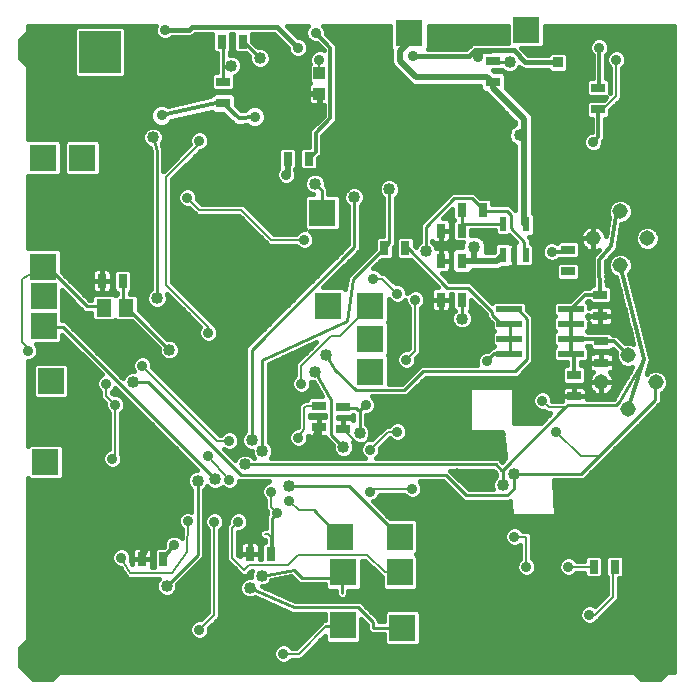
<source format=gbl>
G75*
%MOIN*%
%OFA0B0*%
%FSLAX25Y25*%
%IPPOS*%
%LPD*%
%AMOC8*
5,1,8,0,0,1.08239X$1,22.5*
%
%ADD10R,0.03150X0.04724*%
%ADD11R,0.04724X0.03150*%
%ADD12R,0.05118X0.05906*%
%ADD13C,0.05150*%
%ADD14R,0.08661X0.02362*%
%ADD15R,0.03937X0.04331*%
%ADD16R,0.02362X0.04724*%
%ADD17R,0.09000X0.09000*%
%ADD18C,0.01200*%
%ADD19C,0.03600*%
%ADD20C,0.03569*%
%ADD21C,0.01000*%
%ADD22C,0.04000*%
%ADD23C,0.00800*%
%ADD24OC8,0.16500*%
%ADD25C,0.01600*%
%ADD26C,0.03175*%
%ADD27R,0.14000X0.14000*%
%ADD28R,0.03600X0.03600*%
%ADD29C,0.02000*%
D10*
X0072186Y0055737D03*
X0079272Y0055737D03*
X0108020Y0057603D03*
X0115107Y0057603D03*
X0171674Y0142312D03*
X0178761Y0142312D03*
X0178761Y0155312D03*
X0171674Y0155312D03*
X0171674Y0165312D03*
X0178761Y0165312D03*
X0178674Y0172312D03*
X0185761Y0172312D03*
X0159891Y0159590D03*
X0152805Y0159590D03*
X0127761Y0189312D03*
X0120674Y0189312D03*
X0105761Y0228312D03*
X0098674Y0228312D03*
X0065753Y0148548D03*
X0058666Y0148548D03*
X0222674Y0053312D03*
X0229761Y0053312D03*
D11*
X0216117Y0110069D03*
X0216117Y0117155D03*
X0225249Y0121312D03*
X0225249Y0128398D03*
X0224910Y0136887D03*
X0224910Y0143973D03*
X0214217Y0151769D03*
X0214217Y0158855D03*
X0224217Y0205769D03*
X0224217Y0212855D03*
X0189217Y0214769D03*
X0189217Y0221855D03*
X0099217Y0214855D03*
X0099217Y0207769D03*
X0131217Y0106847D03*
X0131217Y0099761D03*
X0139091Y0099312D03*
X0139091Y0106398D03*
D12*
X0066910Y0139635D03*
X0059430Y0139635D03*
D13*
X0222477Y0162698D03*
X0231509Y0171725D03*
X0240540Y0162698D03*
X0231509Y0153670D03*
X0234249Y0123733D03*
X0243280Y0114706D03*
X0234249Y0105678D03*
X0225217Y0114706D03*
D14*
X0215068Y0124174D03*
X0215068Y0129174D03*
X0215068Y0134174D03*
X0215068Y0139174D03*
X0194595Y0139174D03*
X0194595Y0134174D03*
X0194595Y0129174D03*
X0194595Y0124174D03*
D15*
X0131217Y0210965D03*
X0131217Y0217658D03*
D16*
X0192477Y0167454D03*
X0199957Y0167454D03*
X0199957Y0157170D03*
X0196217Y0157170D03*
X0192477Y0157170D03*
D17*
X0148217Y0140312D03*
X0148217Y0129312D03*
X0148217Y0118312D03*
X0134217Y0140312D03*
X0132217Y0171312D03*
X0161217Y0231312D03*
X0200217Y0232312D03*
X0052186Y0189595D03*
X0039186Y0189595D03*
X0039217Y0173312D03*
X0039217Y0163312D03*
X0039217Y0153312D03*
X0039296Y0143383D03*
X0039454Y0133540D03*
X0041776Y0115170D03*
X0039918Y0088170D03*
X0048469Y0077485D03*
X0048469Y0067485D03*
X0048469Y0057485D03*
X0138233Y0063312D03*
X0139217Y0051343D03*
X0139076Y0033721D03*
X0158918Y0032942D03*
X0158076Y0051343D03*
X0158076Y0063312D03*
D18*
X0216117Y0117155D02*
X0216117Y0123124D01*
X0215068Y0124174D01*
X0215068Y0129174D01*
X0224473Y0129174D01*
X0225249Y0128398D01*
X0229583Y0128398D01*
X0234249Y0123733D01*
X0239509Y0122418D02*
X0234249Y0105678D01*
X0239509Y0122418D02*
X0231509Y0153670D01*
X0228477Y0160249D02*
X0224477Y0155540D01*
X0224910Y0143973D01*
X0219867Y0143973D01*
X0215068Y0139174D01*
X0215068Y0134174D01*
X0215068Y0129174D01*
X0194595Y0124174D02*
X0189560Y0124174D01*
X0187107Y0121721D01*
X0208808Y0158312D02*
X0214674Y0158312D01*
X0214217Y0158855D01*
X0228477Y0160249D02*
X0230509Y0172280D01*
X0231509Y0171725D01*
X0222524Y0194808D02*
X0224217Y0196501D01*
X0224217Y0205769D01*
X0224217Y0212855D02*
X0224493Y0213131D01*
X0224493Y0226304D01*
X0134926Y0226304D02*
X0134926Y0202682D01*
X0130005Y0197761D01*
X0130005Y0191556D01*
X0127761Y0189312D01*
X0109650Y0203220D02*
X0104304Y0202682D01*
X0099217Y0207769D01*
X0096706Y0207769D01*
X0078619Y0203682D01*
X0130005Y0231225D02*
X0134926Y0226304D01*
X0076162Y0063209D02*
X0072186Y0055737D01*
X0079272Y0055737D02*
X0082737Y0060485D01*
D19*
X0187107Y0121721D03*
X0208808Y0158312D03*
X0222524Y0194808D03*
X0224493Y0226304D03*
X0162485Y0223351D03*
X0130005Y0231225D03*
X0124099Y0226304D03*
X0109650Y0203220D03*
X0120162Y0183981D03*
X0078619Y0203682D03*
X0079808Y0232209D03*
D20*
X0091217Y0195312D03*
X0087217Y0176312D03*
X0126217Y0162312D03*
X0149217Y0149312D03*
X0157217Y0144312D03*
X0163217Y0142312D03*
X0160217Y0122312D03*
X0146737Y0107209D03*
X0157217Y0098312D03*
X0148217Y0092312D03*
X0148217Y0078312D03*
X0162217Y0079312D03*
X0177217Y0092312D03*
X0186217Y0072312D03*
X0196217Y0063312D03*
X0200217Y0053312D03*
X0214217Y0053312D03*
X0221217Y0037312D03*
X0210217Y0098312D03*
X0205539Y0108633D03*
X0125217Y0114312D03*
X0124217Y0096312D03*
X0115217Y0078312D03*
X0121217Y0075312D03*
X0117217Y0071312D03*
X0108713Y0072446D03*
X0104217Y0068312D03*
X0096217Y0068312D03*
X0087447Y0068398D03*
X0082737Y0060485D03*
X0076162Y0063209D03*
X0065217Y0056312D03*
X0091217Y0032312D03*
X0081217Y0025312D03*
X0119217Y0024312D03*
X0101217Y0082312D03*
X0094217Y0090312D03*
X0101217Y0095312D03*
X0072217Y0120312D03*
X0060217Y0114312D03*
X0063217Y0107312D03*
X0062217Y0089312D03*
X0034217Y0125312D03*
X0094217Y0131312D03*
X0131217Y0222312D03*
X0184217Y0223312D03*
X0230217Y0222312D03*
D21*
X0194617Y0221462D02*
X0189217Y0221462D01*
X0189217Y0221855D01*
X0154567Y0179162D02*
X0154567Y0161162D01*
X0153217Y0159812D01*
X0152805Y0159590D01*
X0152767Y0159362D01*
X0142417Y0149012D01*
X0140296Y0135132D01*
X0112267Y0122162D01*
X0112267Y0091862D01*
X0108667Y0095462D02*
X0108667Y0125612D01*
X0142867Y0159812D01*
X0142867Y0176462D01*
X0132067Y0178712D02*
X0132067Y0171512D01*
X0132217Y0171312D01*
X0132067Y0178712D02*
X0129817Y0180962D01*
X0159891Y0159590D02*
X0159967Y0159362D01*
X0160867Y0159362D01*
X0173917Y0146312D01*
X0180667Y0146312D01*
X0188767Y0138212D01*
X0188767Y0137312D01*
X0191467Y0134612D01*
X0194167Y0134612D01*
X0194595Y0134174D01*
X0194617Y0133712D01*
X0194617Y0129662D01*
X0194595Y0129174D01*
X0194617Y0128762D01*
X0194617Y0124712D01*
X0194595Y0124174D01*
X0196417Y0118412D02*
X0200467Y0122462D01*
X0200467Y0135962D01*
X0197317Y0139112D01*
X0194617Y0139112D01*
X0194595Y0139174D01*
X0178867Y0142262D02*
X0178867Y0135962D01*
X0178867Y0142262D02*
X0178761Y0142312D01*
X0166717Y0158462D02*
X0166717Y0166562D01*
X0176167Y0176012D01*
X0182017Y0176012D01*
X0185617Y0172412D01*
X0185761Y0172312D01*
X0186067Y0171962D01*
X0193717Y0171962D01*
X0195067Y0170612D01*
X0195067Y0166112D01*
X0199567Y0161612D01*
X0199567Y0157562D01*
X0199957Y0157170D01*
X0192477Y0167454D02*
X0192367Y0167462D01*
X0179317Y0167462D01*
X0178761Y0165312D01*
X0178867Y0165662D01*
X0178867Y0171962D01*
X0178674Y0172312D01*
X0224910Y0136887D02*
X0225217Y0136862D01*
X0224910Y0136887D01*
X0239509Y0122418D02*
X0231067Y0108062D01*
X0230167Y0107162D01*
X0213967Y0107162D01*
X0213167Y0106362D01*
X0192367Y0085562D01*
X0191917Y0085562D01*
X0190117Y0087362D01*
X0106417Y0087362D01*
X0105067Y0083762D02*
X0173467Y0083762D01*
X0180217Y0077012D01*
X0193717Y0077012D01*
X0195967Y0079262D01*
X0195967Y0084212D01*
X0218467Y0084212D01*
X0224392Y0090137D01*
X0243217Y0108962D01*
X0243217Y0114362D01*
X0243280Y0114706D01*
X0196417Y0118412D02*
X0165817Y0118412D01*
X0159517Y0112112D01*
X0143317Y0112112D01*
X0136567Y0118862D01*
X0133517Y0123862D01*
X0129917Y0118262D02*
X0135217Y0108962D01*
X0135217Y0097262D01*
X0139267Y0093212D01*
X0144667Y0097712D02*
X0144667Y0105362D01*
X0144217Y0105362D01*
X0143317Y0106262D01*
X0139267Y0106262D01*
X0139091Y0106398D01*
X0144667Y0105362D02*
X0146467Y0107162D01*
X0146737Y0107209D01*
X0131217Y0099761D02*
X0131167Y0099512D01*
X0129592Y0097937D01*
X0128317Y0093662D01*
X0121267Y0080162D02*
X0141067Y0080162D01*
X0157717Y0063512D01*
X0158076Y0063312D01*
X0138233Y0063312D02*
X0137917Y0063512D01*
X0129367Y0072062D01*
X0117217Y0071312D02*
X0117217Y0071162D01*
X0115417Y0069362D01*
X0115417Y0057662D01*
X0115107Y0057603D01*
X0111967Y0050262D02*
X0122617Y0052262D01*
X0125317Y0049562D01*
X0138367Y0049562D01*
X0139217Y0051343D01*
X0138817Y0050912D01*
X0138817Y0044612D01*
X0144217Y0039662D02*
X0149167Y0034712D01*
X0149167Y0032912D01*
X0158617Y0032912D01*
X0158918Y0032942D01*
X0144217Y0039662D02*
X0122617Y0039662D01*
X0108017Y0046262D01*
X0090667Y0057212D02*
X0080317Y0046862D01*
X0090667Y0057212D02*
X0090667Y0081962D01*
X0096517Y0082412D02*
X0045667Y0133262D01*
X0039817Y0133262D01*
X0039454Y0133540D01*
X0053767Y0140012D02*
X0040717Y0153062D01*
X0039367Y0153062D01*
X0039217Y0153312D01*
X0053767Y0140012D02*
X0059167Y0140012D01*
X0059430Y0139635D01*
X0065917Y0140912D02*
X0065917Y0148112D01*
X0065753Y0148548D01*
X0065917Y0140912D02*
X0066817Y0140012D01*
X0066910Y0139635D01*
X0067267Y0139562D01*
X0081217Y0125612D01*
X0074017Y0114812D02*
X0069067Y0114812D01*
X0074017Y0114812D02*
X0105067Y0083762D01*
X0133417Y0033362D02*
X0138817Y0033362D01*
X0139076Y0033721D01*
X0192367Y0080612D02*
X0192367Y0085562D01*
X0077167Y0142712D02*
X0077167Y0191762D01*
X0075767Y0196362D01*
X0099217Y0214855D02*
X0099217Y0219662D01*
X0101872Y0220316D01*
X0099217Y0219662D02*
X0099217Y0227762D01*
X0098767Y0228212D01*
X0098674Y0228312D01*
X0105761Y0228312D02*
X0105967Y0228212D01*
X0111367Y0222812D01*
D22*
X0111367Y0222812D03*
X0101872Y0220316D03*
X0075767Y0196362D03*
X0077167Y0142712D03*
X0081217Y0125612D03*
X0069067Y0114812D03*
X0090667Y0081962D03*
X0096517Y0082412D03*
X0106417Y0087362D03*
X0112267Y0091862D03*
X0108667Y0095462D03*
X0128317Y0093662D03*
X0139267Y0093212D03*
X0144667Y0097712D03*
X0129917Y0118262D03*
X0133517Y0123862D03*
X0166717Y0158462D03*
X0182917Y0159812D03*
X0178867Y0135962D03*
X0154567Y0179162D03*
X0142867Y0176462D03*
X0129817Y0180962D03*
X0194617Y0221462D03*
X0198217Y0197162D03*
X0195967Y0084212D03*
X0192367Y0080612D03*
X0121267Y0080162D03*
X0111967Y0050262D03*
X0108017Y0046262D03*
X0080317Y0046862D03*
D23*
X0082217Y0051312D02*
X0087217Y0058312D01*
X0087447Y0068398D01*
X0096217Y0068312D02*
X0096217Y0037312D01*
X0091217Y0032312D01*
X0082217Y0051312D02*
X0068217Y0051312D01*
X0065217Y0056312D01*
X0062217Y0089312D02*
X0063217Y0090312D01*
X0063217Y0107312D01*
X0060217Y0110312D01*
X0060217Y0114312D01*
X0072217Y0120312D02*
X0097217Y0095312D01*
X0101217Y0095312D01*
X0094217Y0090312D02*
X0101217Y0082312D01*
X0108713Y0072446D02*
X0109217Y0066312D01*
X0108217Y0065312D01*
X0109217Y0065312D01*
X0113217Y0064312D02*
X0114217Y0064312D01*
X0115217Y0063312D01*
X0115217Y0057862D01*
X0115417Y0057662D01*
X0120722Y0053938D02*
X0107844Y0053938D01*
X0106217Y0052312D01*
X0102217Y0056312D01*
X0102217Y0066312D01*
X0104217Y0068312D01*
X0115217Y0073312D02*
X0115217Y0078312D01*
X0115217Y0073312D02*
X0117217Y0071312D01*
X0121217Y0075312D02*
X0124467Y0072062D01*
X0129367Y0072062D01*
X0124217Y0057312D02*
X0121217Y0054312D01*
X0121095Y0054312D01*
X0120722Y0053938D01*
X0124217Y0057312D02*
X0147217Y0057312D01*
X0153186Y0051343D01*
X0158076Y0051343D01*
X0133417Y0033362D02*
X0124367Y0024312D01*
X0119217Y0024312D01*
X0148217Y0078312D02*
X0149217Y0079312D01*
X0162217Y0079312D01*
X0148217Y0092312D02*
X0154217Y0098312D01*
X0157217Y0098312D01*
X0151217Y0101312D02*
X0148451Y0097160D01*
X0147217Y0095312D01*
X0145217Y0093312D01*
X0144217Y0093312D01*
X0143217Y0094312D01*
X0143217Y0095186D01*
X0139091Y0099312D01*
X0144217Y0093312D02*
X0144217Y0089312D01*
X0136217Y0089312D01*
X0132217Y0093312D01*
X0132217Y0095312D01*
X0129592Y0097937D01*
X0126217Y0099312D02*
X0126217Y0106312D01*
X0126753Y0106847D01*
X0131217Y0106847D01*
X0126217Y0099312D02*
X0124217Y0096312D01*
X0125217Y0114312D02*
X0125217Y0120312D01*
X0135217Y0130312D01*
X0138217Y0130312D01*
X0148217Y0140312D01*
X0149217Y0149312D02*
X0152217Y0149312D01*
X0157217Y0144312D01*
X0163217Y0142312D02*
X0163217Y0125312D01*
X0160217Y0122312D01*
X0177217Y0092312D02*
X0177265Y0092265D01*
X0186217Y0072312D02*
X0191603Y0066926D01*
X0191603Y0058446D01*
X0196217Y0063312D02*
X0200217Y0063312D01*
X0200217Y0053312D01*
X0214217Y0053312D02*
X0222674Y0053312D01*
X0229217Y0052769D02*
X0229217Y0043312D01*
X0223217Y0037312D01*
X0221217Y0037312D01*
X0229217Y0052769D02*
X0229761Y0053312D01*
X0224392Y0090137D02*
X0218392Y0090137D01*
X0210217Y0098312D01*
X0207810Y0106362D02*
X0213167Y0106362D01*
X0207810Y0106362D02*
X0205539Y0108633D01*
X0126217Y0162312D02*
X0115217Y0162312D01*
X0105217Y0172312D01*
X0091217Y0172312D01*
X0087217Y0176312D01*
X0080217Y0183312D02*
X0080217Y0147312D01*
X0094217Y0133312D01*
X0094217Y0131312D01*
X0080217Y0183312D02*
X0091217Y0194312D01*
X0091217Y0195312D01*
X0131217Y0217658D02*
X0131217Y0222312D01*
X0184217Y0223312D02*
X0184217Y0224312D01*
X0195950Y0225320D01*
X0224217Y0205769D02*
X0225674Y0205769D01*
X0230217Y0210312D01*
X0230217Y0222312D01*
X0039217Y0153312D02*
X0032217Y0149312D01*
X0032217Y0128312D01*
X0034217Y0126312D01*
X0034217Y0125312D01*
D24*
X0039217Y0225812D03*
X0039217Y0023312D03*
X0241717Y0023312D03*
X0241717Y0225812D03*
D25*
X0034017Y0082808D02*
X0034017Y0018112D01*
X0249417Y0018112D01*
X0249417Y0100312D01*
X0237537Y0100312D01*
X0226492Y0089267D01*
X0219337Y0082112D01*
X0209431Y0082112D01*
X0210217Y0070312D01*
X0195217Y0070312D01*
X0194711Y0075036D01*
X0194587Y0074912D01*
X0179347Y0074912D01*
X0178117Y0076142D01*
X0172597Y0081662D01*
X0164653Y0081662D01*
X0165086Y0081229D01*
X0165602Y0079985D01*
X0165602Y0078639D01*
X0165086Y0077395D01*
X0164134Y0076443D01*
X0162890Y0075928D01*
X0161544Y0075928D01*
X0160300Y0076443D01*
X0159431Y0077312D01*
X0151466Y0077312D01*
X0151086Y0076395D01*
X0150134Y0075443D01*
X0149160Y0075039D01*
X0154787Y0069412D01*
X0163238Y0069412D01*
X0164176Y0068475D01*
X0164176Y0058149D01*
X0163354Y0057328D01*
X0164176Y0056506D01*
X0164176Y0046181D01*
X0163238Y0045243D01*
X0152913Y0045243D01*
X0151976Y0046181D01*
X0151976Y0049725D01*
X0146389Y0055312D01*
X0145317Y0055312D01*
X0145317Y0046181D01*
X0144380Y0045243D01*
X0140917Y0045243D01*
X0140917Y0043742D01*
X0139687Y0042512D01*
X0137947Y0042512D01*
X0136717Y0043742D01*
X0136717Y0045243D01*
X0134055Y0045243D01*
X0133117Y0046181D01*
X0133117Y0047462D01*
X0124447Y0047462D01*
X0123217Y0048692D01*
X0121916Y0049993D01*
X0115233Y0048738D01*
X0115019Y0048223D01*
X0114007Y0047210D01*
X0112683Y0046662D01*
X0112230Y0046662D01*
X0123070Y0041762D01*
X0145087Y0041762D01*
X0150037Y0036812D01*
X0151267Y0035582D01*
X0151267Y0035012D01*
X0152818Y0035012D01*
X0152818Y0038104D01*
X0153755Y0039042D01*
X0164081Y0039042D01*
X0165018Y0038104D01*
X0165018Y0027779D01*
X0164081Y0026842D01*
X0153755Y0026842D01*
X0152818Y0027779D01*
X0152818Y0030812D01*
X0148297Y0030812D01*
X0147067Y0032042D01*
X0147067Y0033842D01*
X0145176Y0035734D01*
X0145176Y0028559D01*
X0144238Y0027621D01*
X0133913Y0027621D01*
X0132976Y0028559D01*
X0132976Y0030092D01*
X0126367Y0023483D01*
X0125196Y0022312D01*
X0122003Y0022312D01*
X0121134Y0021443D01*
X0119890Y0020928D01*
X0118544Y0020928D01*
X0117300Y0021443D01*
X0116348Y0022395D01*
X0115833Y0023639D01*
X0115833Y0024985D01*
X0116348Y0026229D01*
X0117300Y0027181D01*
X0118544Y0027696D01*
X0119890Y0027696D01*
X0121134Y0027181D01*
X0122003Y0026312D01*
X0123539Y0026312D01*
X0131317Y0034090D01*
X0131317Y0034232D01*
X0132547Y0035462D01*
X0132976Y0035462D01*
X0132976Y0037562D01*
X0123000Y0037562D01*
X0122545Y0037390D01*
X0122165Y0037562D01*
X0121747Y0037562D01*
X0121403Y0037906D01*
X0109855Y0043126D01*
X0108733Y0042662D01*
X0107301Y0042662D01*
X0105978Y0043210D01*
X0104965Y0044223D01*
X0104417Y0045546D01*
X0104417Y0046978D01*
X0104965Y0048301D01*
X0105978Y0049314D01*
X0107301Y0049862D01*
X0108367Y0049862D01*
X0108367Y0050978D01*
X0108765Y0051938D01*
X0108672Y0051938D01*
X0108217Y0051483D01*
X0107046Y0050312D01*
X0105389Y0050312D01*
X0100217Y0055483D01*
X0100217Y0067140D01*
X0100833Y0067756D01*
X0100833Y0068985D01*
X0101348Y0070229D01*
X0102300Y0071181D01*
X0103544Y0071696D01*
X0104890Y0071696D01*
X0106134Y0071181D01*
X0107086Y0070229D01*
X0107602Y0068985D01*
X0107602Y0067639D01*
X0107086Y0066395D01*
X0106134Y0065443D01*
X0104890Y0064928D01*
X0104217Y0064928D01*
X0104217Y0057140D01*
X0104646Y0056712D01*
X0104646Y0057603D01*
X0108020Y0057603D01*
X0108020Y0057603D01*
X0104646Y0057603D01*
X0104646Y0060202D01*
X0104768Y0060660D01*
X0105005Y0061071D01*
X0105340Y0061406D01*
X0105751Y0061643D01*
X0106209Y0061765D01*
X0108020Y0061765D01*
X0108020Y0057603D01*
X0108021Y0057603D01*
X0108021Y0057603D01*
X0111395Y0057603D01*
X0111395Y0055938D01*
X0111932Y0055938D01*
X0111932Y0060628D01*
X0112870Y0061565D01*
X0113217Y0061565D01*
X0113217Y0062312D01*
X0112389Y0062312D01*
X0111217Y0063483D01*
X0111217Y0065140D01*
X0112389Y0066312D01*
X0113317Y0066312D01*
X0113317Y0070232D01*
X0113833Y0070747D01*
X0113833Y0071868D01*
X0113217Y0072483D01*
X0113217Y0075526D01*
X0112348Y0076395D01*
X0111833Y0077639D01*
X0111833Y0078985D01*
X0112348Y0080229D01*
X0113300Y0081181D01*
X0114462Y0081662D01*
X0104602Y0081662D01*
X0104602Y0081639D01*
X0104086Y0080395D01*
X0103134Y0079443D01*
X0101890Y0078928D01*
X0100544Y0078928D01*
X0099300Y0079443D01*
X0098970Y0079773D01*
X0098557Y0079360D01*
X0097233Y0078812D01*
X0095801Y0078812D01*
X0094478Y0079360D01*
X0093777Y0080061D01*
X0093719Y0079923D01*
X0092767Y0078971D01*
X0092767Y0056342D01*
X0083917Y0047492D01*
X0083917Y0046146D01*
X0083369Y0044823D01*
X0082357Y0043810D01*
X0081033Y0043262D01*
X0079601Y0043262D01*
X0078278Y0043810D01*
X0077265Y0044823D01*
X0076717Y0046146D01*
X0076717Y0047578D01*
X0077265Y0048901D01*
X0077676Y0049312D01*
X0068771Y0049312D01*
X0068536Y0049171D01*
X0067971Y0049312D01*
X0067389Y0049312D01*
X0067195Y0049506D01*
X0066929Y0049572D01*
X0066629Y0050072D01*
X0066217Y0050483D01*
X0066217Y0050758D01*
X0064916Y0052928D01*
X0064544Y0052928D01*
X0063300Y0053443D01*
X0062348Y0054395D01*
X0061833Y0055639D01*
X0061833Y0056985D01*
X0062348Y0058229D01*
X0063300Y0059181D01*
X0064544Y0059696D01*
X0065890Y0059696D01*
X0067134Y0059181D01*
X0068086Y0058229D01*
X0068602Y0056985D01*
X0068602Y0055639D01*
X0068337Y0055000D01*
X0068811Y0054210D01*
X0068811Y0055737D01*
X0072186Y0055737D01*
X0075561Y0055737D01*
X0075561Y0058336D01*
X0075438Y0058794D01*
X0075201Y0059204D01*
X0074866Y0059540D01*
X0074455Y0059777D01*
X0073998Y0059899D01*
X0072186Y0059899D01*
X0072186Y0055737D01*
X0072186Y0055737D01*
X0075561Y0055737D01*
X0075561Y0053312D01*
X0076098Y0053312D01*
X0076098Y0058762D01*
X0077035Y0059699D01*
X0079399Y0059699D01*
X0079353Y0059812D01*
X0079353Y0061158D01*
X0079868Y0062402D01*
X0080820Y0063354D01*
X0082064Y0063869D01*
X0083410Y0063869D01*
X0084654Y0063354D01*
X0085317Y0062691D01*
X0085385Y0065675D01*
X0084578Y0066481D01*
X0084063Y0067725D01*
X0084063Y0069071D01*
X0084578Y0070315D01*
X0085530Y0071267D01*
X0086774Y0071782D01*
X0088121Y0071782D01*
X0088567Y0071597D01*
X0088567Y0078971D01*
X0087615Y0079923D01*
X0087067Y0081246D01*
X0087067Y0082678D01*
X0087615Y0084001D01*
X0088628Y0085014D01*
X0089951Y0085562D01*
X0090397Y0085562D01*
X0063226Y0112733D01*
X0063086Y0112395D01*
X0062217Y0111526D01*
X0062217Y0111140D01*
X0062661Y0110696D01*
X0063890Y0110696D01*
X0065134Y0110181D01*
X0066086Y0109229D01*
X0066602Y0107985D01*
X0066602Y0106639D01*
X0066086Y0105395D01*
X0065217Y0104526D01*
X0065217Y0090913D01*
X0065602Y0089985D01*
X0065602Y0088639D01*
X0065086Y0087395D01*
X0064134Y0086443D01*
X0062890Y0085928D01*
X0061544Y0085928D01*
X0060300Y0086443D01*
X0059348Y0087395D01*
X0058833Y0088639D01*
X0058833Y0089985D01*
X0059348Y0091229D01*
X0060300Y0092181D01*
X0061217Y0092561D01*
X0061217Y0104526D01*
X0060348Y0105395D01*
X0059833Y0106639D01*
X0059833Y0107868D01*
X0058217Y0109483D01*
X0058217Y0111526D01*
X0057348Y0112395D01*
X0056833Y0113639D01*
X0056833Y0114985D01*
X0057348Y0116229D01*
X0058300Y0117181D01*
X0058638Y0117321D01*
X0045554Y0130406D01*
X0045554Y0128377D01*
X0044616Y0127440D01*
X0036875Y0127440D01*
X0037086Y0127229D01*
X0037602Y0125985D01*
X0037602Y0124639D01*
X0037086Y0123395D01*
X0036134Y0122443D01*
X0034890Y0121928D01*
X0034017Y0121928D01*
X0034017Y0093532D01*
X0034755Y0094270D01*
X0045081Y0094270D01*
X0046018Y0093333D01*
X0046018Y0083007D01*
X0045081Y0082070D01*
X0034755Y0082070D01*
X0034017Y0082808D01*
X0034017Y0081472D02*
X0087067Y0081472D01*
X0087230Y0083070D02*
X0046018Y0083070D01*
X0046018Y0084669D02*
X0088283Y0084669D01*
X0089692Y0086267D02*
X0063710Y0086267D01*
X0065281Y0087866D02*
X0088094Y0087866D01*
X0086495Y0089464D02*
X0065602Y0089464D01*
X0065217Y0091063D02*
X0084897Y0091063D01*
X0083298Y0092661D02*
X0065217Y0092661D01*
X0065217Y0094260D02*
X0081700Y0094260D01*
X0080101Y0095858D02*
X0065217Y0095858D01*
X0065217Y0097457D02*
X0078503Y0097457D01*
X0076904Y0099055D02*
X0065217Y0099055D01*
X0065217Y0100654D02*
X0075306Y0100654D01*
X0073707Y0102252D02*
X0065217Y0102252D01*
X0065217Y0103851D02*
X0072109Y0103851D01*
X0070510Y0105449D02*
X0066109Y0105449D01*
X0066602Y0107048D02*
X0068911Y0107048D01*
X0067313Y0108646D02*
X0066328Y0108646D01*
X0065714Y0110245D02*
X0064980Y0110245D01*
X0064116Y0111843D02*
X0062535Y0111843D01*
X0058217Y0110245D02*
X0047876Y0110245D01*
X0047876Y0110007D02*
X0046939Y0109070D01*
X0036614Y0109070D01*
X0035676Y0110007D01*
X0035676Y0120333D01*
X0036614Y0121270D01*
X0046939Y0121270D01*
X0047876Y0120333D01*
X0047876Y0110007D01*
X0047876Y0111843D02*
X0057900Y0111843D01*
X0056915Y0113442D02*
X0047876Y0113442D01*
X0047876Y0115040D02*
X0056856Y0115040D01*
X0057758Y0116639D02*
X0047876Y0116639D01*
X0047876Y0118237D02*
X0057722Y0118237D01*
X0056123Y0119836D02*
X0047876Y0119836D01*
X0051328Y0124631D02*
X0037599Y0124631D01*
X0037500Y0126230D02*
X0049729Y0126230D01*
X0048131Y0127828D02*
X0045005Y0127828D01*
X0045554Y0129427D02*
X0046532Y0129427D01*
X0049275Y0132624D02*
X0071235Y0132624D01*
X0069637Y0134222D02*
X0047676Y0134222D01*
X0047767Y0134132D02*
X0046537Y0135362D01*
X0045554Y0135362D01*
X0045554Y0138703D01*
X0045396Y0138860D01*
X0045396Y0145413D01*
X0052897Y0137912D01*
X0055271Y0137912D01*
X0055271Y0136019D01*
X0056208Y0135082D01*
X0062652Y0135082D01*
X0063170Y0135600D01*
X0063688Y0135082D01*
X0068777Y0135082D01*
X0077617Y0126242D01*
X0077617Y0124896D01*
X0078165Y0123573D01*
X0079178Y0122560D01*
X0080501Y0122012D01*
X0081933Y0122012D01*
X0083257Y0122560D01*
X0084269Y0123573D01*
X0084817Y0124896D01*
X0084817Y0126328D01*
X0084269Y0127651D01*
X0083257Y0128664D01*
X0081933Y0129212D01*
X0080587Y0129212D01*
X0071069Y0138730D01*
X0071069Y0143250D01*
X0070132Y0144187D01*
X0068017Y0144187D01*
X0068017Y0144613D01*
X0068928Y0145523D01*
X0068928Y0151573D01*
X0067990Y0152510D01*
X0063515Y0152510D01*
X0062578Y0151573D01*
X0062578Y0145523D01*
X0063515Y0144586D01*
X0063817Y0144586D01*
X0063817Y0144187D01*
X0063688Y0144187D01*
X0063170Y0143669D01*
X0062652Y0144187D01*
X0056208Y0144187D01*
X0055271Y0143250D01*
X0055271Y0142112D01*
X0054637Y0142112D01*
X0045317Y0151432D01*
X0045317Y0158475D01*
X0044380Y0159412D01*
X0034055Y0159412D01*
X0034017Y0159375D01*
X0034017Y0183501D01*
X0034023Y0183495D01*
X0044349Y0183495D01*
X0045286Y0184433D01*
X0045286Y0194758D01*
X0044349Y0195695D01*
X0034023Y0195695D01*
X0034017Y0195689D01*
X0034017Y0233512D01*
X0076667Y0233512D01*
X0076408Y0232886D01*
X0076408Y0231533D01*
X0076925Y0230284D01*
X0077882Y0229327D01*
X0079132Y0228809D01*
X0080484Y0228809D01*
X0081734Y0229327D01*
X0082216Y0229809D01*
X0088159Y0229809D01*
X0089041Y0230175D01*
X0089660Y0230794D01*
X0095499Y0230794D01*
X0095499Y0225287D01*
X0096436Y0224350D01*
X0097117Y0224350D01*
X0097117Y0220247D01*
X0096970Y0220004D01*
X0097117Y0219407D01*
X0097117Y0218030D01*
X0096192Y0218030D01*
X0095255Y0217093D01*
X0095255Y0212618D01*
X0096192Y0211680D01*
X0102242Y0211680D01*
X0103180Y0212618D01*
X0103180Y0216961D01*
X0103912Y0217264D01*
X0104924Y0218277D01*
X0105472Y0219600D01*
X0105472Y0221032D01*
X0104924Y0222355D01*
X0103912Y0223368D01*
X0102589Y0223916D01*
X0101317Y0223916D01*
X0101317Y0224755D01*
X0101849Y0225287D01*
X0101849Y0230794D01*
X0102586Y0230794D01*
X0102586Y0225287D01*
X0103523Y0224350D01*
X0106860Y0224350D01*
X0107767Y0223442D01*
X0107767Y0222096D01*
X0108315Y0220773D01*
X0109328Y0219760D01*
X0110651Y0219212D01*
X0112083Y0219212D01*
X0113407Y0219760D01*
X0114419Y0220773D01*
X0114967Y0222096D01*
X0114967Y0223528D01*
X0114419Y0224851D01*
X0113407Y0225864D01*
X0112083Y0226412D01*
X0110737Y0226412D01*
X0108935Y0228214D01*
X0108935Y0230794D01*
X0116215Y0230794D01*
X0120699Y0226310D01*
X0120699Y0225628D01*
X0121217Y0224378D01*
X0122173Y0223422D01*
X0123423Y0222904D01*
X0124776Y0222904D01*
X0126025Y0223422D01*
X0126982Y0224378D01*
X0127499Y0225628D01*
X0127499Y0226980D01*
X0126982Y0228230D01*
X0126025Y0229186D01*
X0124776Y0229704D01*
X0124093Y0229704D01*
X0120285Y0233512D01*
X0127483Y0233512D01*
X0127122Y0233151D01*
X0126605Y0231902D01*
X0126605Y0230549D01*
X0127122Y0229299D01*
X0128079Y0228343D01*
X0129328Y0227825D01*
X0130293Y0227825D01*
X0132726Y0225393D01*
X0132726Y0225350D01*
X0131890Y0225696D01*
X0130544Y0225696D01*
X0129300Y0225181D01*
X0128348Y0224229D01*
X0127833Y0222985D01*
X0127833Y0221639D01*
X0128117Y0220954D01*
X0127649Y0220486D01*
X0127649Y0214830D01*
X0128026Y0214453D01*
X0127808Y0214236D01*
X0127571Y0213825D01*
X0127449Y0213368D01*
X0127449Y0211150D01*
X0131033Y0211150D01*
X0131033Y0210781D01*
X0131402Y0210781D01*
X0131402Y0207000D01*
X0132726Y0207000D01*
X0132726Y0203593D01*
X0127805Y0198672D01*
X0127805Y0193274D01*
X0125523Y0193274D01*
X0124586Y0192337D01*
X0124586Y0186287D01*
X0125523Y0185350D01*
X0129998Y0185350D01*
X0130935Y0186287D01*
X0130935Y0189375D01*
X0132205Y0190645D01*
X0132205Y0196849D01*
X0135837Y0200482D01*
X0137126Y0201771D01*
X0137126Y0227215D01*
X0133405Y0230936D01*
X0133405Y0231902D01*
X0132887Y0233151D01*
X0132526Y0233512D01*
X0154717Y0233512D01*
X0154717Y0225983D01*
X0155167Y0225533D01*
X0155167Y0221315D01*
X0155624Y0220212D01*
X0161024Y0214812D01*
X0161868Y0213969D01*
X0162971Y0213512D01*
X0184855Y0213512D01*
X0184855Y0212365D01*
X0186027Y0211194D01*
X0186693Y0211194D01*
X0187518Y0210369D01*
X0196567Y0201319D01*
X0196567Y0200808D01*
X0195952Y0200553D01*
X0194826Y0199428D01*
X0194217Y0197957D01*
X0194217Y0196366D01*
X0194826Y0194896D01*
X0195952Y0193771D01*
X0196567Y0193516D01*
X0196567Y0172082D01*
X0195817Y0172832D01*
X0194587Y0174062D01*
X0188935Y0174062D01*
X0188935Y0175337D01*
X0187998Y0176274D01*
X0184725Y0176274D01*
X0182887Y0178112D01*
X0175297Y0178112D01*
X0164617Y0167432D01*
X0164617Y0161453D01*
X0163665Y0160501D01*
X0163382Y0159817D01*
X0163066Y0160133D01*
X0163066Y0162615D01*
X0162129Y0163552D01*
X0157654Y0163552D01*
X0156717Y0162615D01*
X0156717Y0156565D01*
X0157654Y0155628D01*
X0161632Y0155628D01*
X0170785Y0146474D01*
X0169862Y0146474D01*
X0169404Y0146351D01*
X0168994Y0146114D01*
X0168659Y0145779D01*
X0168422Y0145369D01*
X0168299Y0144911D01*
X0168299Y0142312D01*
X0171674Y0142312D01*
X0171674Y0142312D01*
X0175049Y0142312D01*
X0175049Y0144212D01*
X0175586Y0144212D01*
X0175586Y0139287D01*
X0176344Y0138529D01*
X0175815Y0138001D01*
X0175267Y0136678D01*
X0175267Y0135246D01*
X0175815Y0133923D01*
X0176828Y0132910D01*
X0178151Y0132362D01*
X0179583Y0132362D01*
X0180907Y0132910D01*
X0181919Y0133923D01*
X0182467Y0135246D01*
X0182467Y0136678D01*
X0181919Y0138001D01*
X0181284Y0138636D01*
X0181935Y0139287D01*
X0181935Y0142074D01*
X0186667Y0137342D01*
X0186667Y0136442D01*
X0187897Y0135212D01*
X0187897Y0135212D01*
X0188665Y0134445D01*
X0188665Y0132330D01*
X0189321Y0131674D01*
X0188665Y0131018D01*
X0188665Y0127330D01*
X0189321Y0126674D01*
X0189021Y0126374D01*
X0188649Y0126374D01*
X0187396Y0125121D01*
X0186431Y0125121D01*
X0185181Y0124604D01*
X0184225Y0123647D01*
X0183707Y0122398D01*
X0183707Y0121045D01*
X0183928Y0120512D01*
X0164947Y0120512D01*
X0163717Y0119282D01*
X0158647Y0114212D01*
X0154317Y0114212D01*
X0154317Y0123475D01*
X0153980Y0123812D01*
X0154317Y0124149D01*
X0154317Y0134475D01*
X0153980Y0134812D01*
X0154317Y0135149D01*
X0154317Y0142470D01*
X0154348Y0142395D01*
X0155300Y0141443D01*
X0156544Y0140928D01*
X0157890Y0140928D01*
X0159134Y0141443D01*
X0159833Y0142142D01*
X0159833Y0141639D01*
X0160348Y0140395D01*
X0161217Y0139526D01*
X0161217Y0126140D01*
X0160773Y0125696D01*
X0159544Y0125696D01*
X0158300Y0125181D01*
X0157348Y0124229D01*
X0156833Y0122985D01*
X0156833Y0121639D01*
X0157348Y0120395D01*
X0158300Y0119443D01*
X0159544Y0118928D01*
X0160890Y0118928D01*
X0162134Y0119443D01*
X0163086Y0120395D01*
X0163602Y0121639D01*
X0163602Y0122868D01*
X0165217Y0124483D01*
X0165217Y0139526D01*
X0166086Y0140395D01*
X0166602Y0141639D01*
X0166602Y0142985D01*
X0166086Y0144229D01*
X0165134Y0145181D01*
X0163890Y0145696D01*
X0162544Y0145696D01*
X0161300Y0145181D01*
X0160602Y0144482D01*
X0160602Y0144985D01*
X0160086Y0146229D01*
X0159134Y0147181D01*
X0157890Y0147696D01*
X0156661Y0147696D01*
X0154217Y0150140D01*
X0153046Y0151312D01*
X0152003Y0151312D01*
X0151134Y0152181D01*
X0149890Y0152696D01*
X0149071Y0152696D01*
X0152003Y0155628D01*
X0155042Y0155628D01*
X0155980Y0156565D01*
X0155980Y0159604D01*
X0156667Y0160292D01*
X0156667Y0176171D01*
X0157619Y0177123D01*
X0158167Y0178446D01*
X0158167Y0179878D01*
X0157619Y0181201D01*
X0156607Y0182214D01*
X0155283Y0182762D01*
X0153851Y0182762D01*
X0152528Y0182214D01*
X0151515Y0181201D01*
X0150967Y0179878D01*
X0150967Y0178446D01*
X0151515Y0177123D01*
X0152467Y0176171D01*
X0152467Y0163552D01*
X0150567Y0163552D01*
X0149630Y0162615D01*
X0149630Y0159194D01*
X0141045Y0150610D01*
X0140473Y0150189D01*
X0140445Y0150010D01*
X0140317Y0149882D01*
X0140317Y0149171D01*
X0139827Y0145965D01*
X0139380Y0146412D01*
X0132437Y0146412D01*
X0144967Y0158942D01*
X0144967Y0173471D01*
X0145919Y0174423D01*
X0146467Y0175746D01*
X0146467Y0177178D01*
X0145919Y0178501D01*
X0144907Y0179514D01*
X0143583Y0180062D01*
X0142151Y0180062D01*
X0140828Y0179514D01*
X0139815Y0178501D01*
X0139267Y0177178D01*
X0139267Y0175746D01*
X0139815Y0174423D01*
X0140767Y0173471D01*
X0140767Y0160682D01*
X0107797Y0127712D01*
X0106567Y0126482D01*
X0106567Y0098453D01*
X0105615Y0097501D01*
X0105067Y0096178D01*
X0105067Y0094746D01*
X0105615Y0093423D01*
X0106628Y0092410D01*
X0107951Y0091862D01*
X0108667Y0091862D01*
X0108667Y0091146D01*
X0109215Y0089823D01*
X0109576Y0089462D01*
X0109408Y0089462D01*
X0108457Y0090414D01*
X0107133Y0090962D01*
X0105701Y0090962D01*
X0104378Y0090414D01*
X0103365Y0089401D01*
X0103082Y0088717D01*
X0099396Y0092403D01*
X0100544Y0091928D01*
X0101890Y0091928D01*
X0103134Y0092443D01*
X0104086Y0093395D01*
X0104602Y0094639D01*
X0104602Y0095985D01*
X0104086Y0097229D01*
X0103134Y0098181D01*
X0101890Y0098696D01*
X0100544Y0098696D01*
X0099300Y0098181D01*
X0098431Y0097312D01*
X0098046Y0097312D01*
X0075602Y0119756D01*
X0075602Y0120985D01*
X0075086Y0122229D01*
X0074134Y0123181D01*
X0072890Y0123696D01*
X0071544Y0123696D01*
X0070300Y0123181D01*
X0069348Y0122229D01*
X0068833Y0120985D01*
X0068833Y0119639D01*
X0069341Y0118412D01*
X0068351Y0118412D01*
X0067028Y0117864D01*
X0066015Y0116851D01*
X0065732Y0116167D01*
X0047767Y0134132D01*
X0047767Y0134132D01*
X0045554Y0135821D02*
X0055469Y0135821D01*
X0055271Y0137420D02*
X0045554Y0137420D01*
X0045396Y0139018D02*
X0051791Y0139018D01*
X0050193Y0140617D02*
X0045396Y0140617D01*
X0045396Y0142215D02*
X0048594Y0142215D01*
X0046996Y0143814D02*
X0045396Y0143814D01*
X0045396Y0145412D02*
X0045397Y0145412D01*
X0048140Y0148609D02*
X0055291Y0148609D01*
X0055291Y0148548D02*
X0058666Y0148548D01*
X0055291Y0148548D01*
X0055291Y0151147D01*
X0055414Y0151605D01*
X0055651Y0152015D01*
X0055986Y0152351D01*
X0056397Y0152588D01*
X0056854Y0152710D01*
X0058666Y0152710D01*
X0058666Y0148548D01*
X0058666Y0148548D01*
X0058666Y0148548D01*
X0058666Y0144386D01*
X0056854Y0144386D01*
X0056397Y0144508D01*
X0055986Y0144745D01*
X0055651Y0145081D01*
X0055414Y0145491D01*
X0055291Y0145949D01*
X0055291Y0148548D01*
X0055291Y0147011D02*
X0049738Y0147011D01*
X0051337Y0145412D02*
X0055460Y0145412D01*
X0055834Y0143814D02*
X0052935Y0143814D01*
X0054534Y0142215D02*
X0055271Y0142215D01*
X0058666Y0144386D02*
X0060478Y0144386D01*
X0060936Y0144508D01*
X0061346Y0144745D01*
X0061681Y0145081D01*
X0061918Y0145491D01*
X0062041Y0145949D01*
X0062041Y0148548D01*
X0058666Y0148548D01*
X0058666Y0148548D01*
X0058666Y0144386D01*
X0058666Y0145412D02*
X0058666Y0145412D01*
X0058666Y0147011D02*
X0058666Y0147011D01*
X0058666Y0148548D02*
X0058666Y0148548D01*
X0058666Y0152710D01*
X0060478Y0152710D01*
X0060936Y0152588D01*
X0061346Y0152351D01*
X0061681Y0152015D01*
X0061918Y0151605D01*
X0062041Y0151147D01*
X0062041Y0148548D01*
X0058666Y0148548D01*
X0058666Y0148609D02*
X0058666Y0148609D01*
X0058666Y0150208D02*
X0058666Y0150208D01*
X0058666Y0151806D02*
X0058666Y0151806D01*
X0055530Y0151806D02*
X0045317Y0151806D01*
X0045317Y0153405D02*
X0075067Y0153405D01*
X0075067Y0155003D02*
X0045317Y0155003D01*
X0045317Y0156602D02*
X0075067Y0156602D01*
X0075067Y0158200D02*
X0045317Y0158200D01*
X0046541Y0150208D02*
X0055291Y0150208D01*
X0061802Y0151806D02*
X0062811Y0151806D01*
X0062578Y0150208D02*
X0062041Y0150208D01*
X0062041Y0148609D02*
X0062578Y0148609D01*
X0062578Y0147011D02*
X0062041Y0147011D01*
X0061873Y0145412D02*
X0062689Y0145412D01*
X0063026Y0143814D02*
X0063315Y0143814D01*
X0068817Y0145412D02*
X0074776Y0145412D01*
X0075067Y0145703D02*
X0074115Y0144751D01*
X0073567Y0143428D01*
X0073567Y0141996D01*
X0074115Y0140673D01*
X0075128Y0139660D01*
X0076451Y0139112D01*
X0077883Y0139112D01*
X0079207Y0139660D01*
X0080219Y0140673D01*
X0080767Y0141996D01*
X0080767Y0143428D01*
X0080410Y0144291D01*
X0091410Y0133291D01*
X0091348Y0133229D01*
X0090833Y0131985D01*
X0090833Y0130639D01*
X0091348Y0129395D01*
X0092300Y0128443D01*
X0093544Y0127928D01*
X0094890Y0127928D01*
X0096134Y0128443D01*
X0097086Y0129395D01*
X0097602Y0130639D01*
X0097602Y0131985D01*
X0097086Y0133229D01*
X0096217Y0134098D01*
X0096217Y0134140D01*
X0095046Y0135312D01*
X0082217Y0148140D01*
X0082217Y0182483D01*
X0091661Y0191928D01*
X0091890Y0191928D01*
X0093134Y0192443D01*
X0094086Y0193395D01*
X0094602Y0194639D01*
X0094602Y0195985D01*
X0094086Y0197229D01*
X0093134Y0198181D01*
X0091890Y0198696D01*
X0090544Y0198696D01*
X0089300Y0198181D01*
X0088348Y0197229D01*
X0087833Y0195985D01*
X0087833Y0194639D01*
X0088092Y0194015D01*
X0079389Y0185312D01*
X0079267Y0185190D01*
X0079267Y0191237D01*
X0079430Y0191541D01*
X0079267Y0192074D01*
X0079267Y0192632D01*
X0079023Y0192875D01*
X0078638Y0194141D01*
X0078819Y0194323D01*
X0079367Y0195646D01*
X0079367Y0197078D01*
X0078819Y0198401D01*
X0077807Y0199414D01*
X0076483Y0199962D01*
X0075051Y0199962D01*
X0073728Y0199414D01*
X0072715Y0198401D01*
X0072167Y0197078D01*
X0072167Y0195646D01*
X0072715Y0194323D01*
X0073728Y0193310D01*
X0074613Y0192944D01*
X0075067Y0191449D01*
X0075067Y0145703D01*
X0075067Y0147011D02*
X0068928Y0147011D01*
X0068928Y0148609D02*
X0075067Y0148609D01*
X0075067Y0150208D02*
X0068928Y0150208D01*
X0068694Y0151806D02*
X0075067Y0151806D01*
X0082217Y0151806D02*
X0131892Y0151806D01*
X0133490Y0153405D02*
X0082217Y0153405D01*
X0082217Y0155003D02*
X0135089Y0155003D01*
X0136687Y0156602D02*
X0082217Y0156602D01*
X0082217Y0158200D02*
X0138286Y0158200D01*
X0139884Y0159799D02*
X0128490Y0159799D01*
X0128134Y0159443D02*
X0129086Y0160395D01*
X0129602Y0161639D01*
X0129602Y0162985D01*
X0129086Y0164229D01*
X0128134Y0165181D01*
X0128060Y0165212D01*
X0137380Y0165212D01*
X0138317Y0166149D01*
X0138317Y0176475D01*
X0137380Y0177412D01*
X0134167Y0177412D01*
X0134167Y0179582D01*
X0133417Y0180332D01*
X0133417Y0181678D01*
X0132869Y0183001D01*
X0131857Y0184014D01*
X0130533Y0184562D01*
X0129101Y0184562D01*
X0127778Y0184014D01*
X0126765Y0183001D01*
X0126217Y0181678D01*
X0126217Y0180246D01*
X0126765Y0178923D01*
X0127778Y0177910D01*
X0128981Y0177412D01*
X0127055Y0177412D01*
X0126117Y0176475D01*
X0126117Y0166149D01*
X0126570Y0165696D01*
X0125544Y0165696D01*
X0124300Y0165181D01*
X0123431Y0164312D01*
X0116046Y0164312D01*
X0106046Y0174312D01*
X0092046Y0174312D01*
X0090602Y0175756D01*
X0090602Y0176985D01*
X0090086Y0178229D01*
X0089134Y0179181D01*
X0087890Y0179696D01*
X0086544Y0179696D01*
X0085300Y0179181D01*
X0084348Y0178229D01*
X0083833Y0176985D01*
X0083833Y0175639D01*
X0084348Y0174395D01*
X0085300Y0173443D01*
X0086544Y0172928D01*
X0087773Y0172928D01*
X0089217Y0171483D01*
X0090389Y0170312D01*
X0104389Y0170312D01*
X0113217Y0161483D01*
X0114389Y0160312D01*
X0123431Y0160312D01*
X0124300Y0159443D01*
X0125544Y0158928D01*
X0126890Y0158928D01*
X0128134Y0159443D01*
X0129502Y0161397D02*
X0140767Y0161397D01*
X0140767Y0162996D02*
X0129597Y0162996D01*
X0128721Y0164594D02*
X0140767Y0164594D01*
X0140767Y0166193D02*
X0138317Y0166193D01*
X0138317Y0167791D02*
X0140767Y0167791D01*
X0140767Y0169390D02*
X0138317Y0169390D01*
X0138317Y0170988D02*
X0140767Y0170988D01*
X0140767Y0172587D02*
X0138317Y0172587D01*
X0138317Y0174185D02*
X0140053Y0174185D01*
X0139267Y0175784D02*
X0138317Y0175784D01*
X0137410Y0177382D02*
X0139352Y0177382D01*
X0140295Y0178981D02*
X0134167Y0178981D01*
X0133417Y0180579D02*
X0151258Y0180579D01*
X0150967Y0178981D02*
X0145439Y0178981D01*
X0146383Y0177382D02*
X0151408Y0177382D01*
X0152467Y0175784D02*
X0146467Y0175784D01*
X0145682Y0174185D02*
X0152467Y0174185D01*
X0152467Y0172587D02*
X0144967Y0172587D01*
X0144967Y0170988D02*
X0152467Y0170988D01*
X0152467Y0169390D02*
X0144967Y0169390D01*
X0144967Y0167791D02*
X0152467Y0167791D01*
X0152467Y0166193D02*
X0144967Y0166193D01*
X0144967Y0164594D02*
X0152467Y0164594D01*
X0150011Y0162996D02*
X0144967Y0162996D01*
X0144967Y0161397D02*
X0149630Y0161397D01*
X0149630Y0159799D02*
X0144967Y0159799D01*
X0144226Y0158200D02*
X0148636Y0158200D01*
X0147037Y0156602D02*
X0142627Y0156602D01*
X0141028Y0155003D02*
X0145439Y0155003D01*
X0143840Y0153405D02*
X0139430Y0153405D01*
X0137831Y0151806D02*
X0142242Y0151806D01*
X0140498Y0150208D02*
X0136233Y0150208D01*
X0134634Y0148609D02*
X0140231Y0148609D01*
X0139987Y0147011D02*
X0133036Y0147011D01*
X0130293Y0150208D02*
X0082217Y0150208D01*
X0082217Y0148609D02*
X0128695Y0148609D01*
X0127096Y0147011D02*
X0083347Y0147011D01*
X0084945Y0145412D02*
X0125498Y0145412D01*
X0123899Y0143814D02*
X0086544Y0143814D01*
X0088142Y0142215D02*
X0122301Y0142215D01*
X0120702Y0140617D02*
X0089741Y0140617D01*
X0091340Y0139018D02*
X0119104Y0139018D01*
X0117505Y0137420D02*
X0092938Y0137420D01*
X0094537Y0135821D02*
X0115907Y0135821D01*
X0114308Y0134222D02*
X0096135Y0134222D01*
X0097337Y0132624D02*
X0112710Y0132624D01*
X0111111Y0131025D02*
X0097602Y0131025D01*
X0097100Y0129427D02*
X0109513Y0129427D01*
X0107914Y0127828D02*
X0084092Y0127828D01*
X0084817Y0126230D02*
X0106567Y0126230D01*
X0106567Y0124631D02*
X0084708Y0124631D01*
X0083730Y0123033D02*
X0106567Y0123033D01*
X0106567Y0121434D02*
X0075415Y0121434D01*
X0075602Y0119836D02*
X0106567Y0119836D01*
X0106567Y0118237D02*
X0077120Y0118237D01*
X0078719Y0116639D02*
X0106567Y0116639D01*
X0106567Y0115040D02*
X0080317Y0115040D01*
X0081916Y0113442D02*
X0106567Y0113442D01*
X0106567Y0111843D02*
X0083514Y0111843D01*
X0085113Y0110245D02*
X0106567Y0110245D01*
X0106567Y0108646D02*
X0086711Y0108646D01*
X0088310Y0107048D02*
X0106567Y0107048D01*
X0106567Y0105449D02*
X0089908Y0105449D01*
X0091507Y0103851D02*
X0106567Y0103851D01*
X0106567Y0102252D02*
X0093105Y0102252D01*
X0094704Y0100654D02*
X0106567Y0100654D01*
X0106567Y0099055D02*
X0096302Y0099055D01*
X0097901Y0097457D02*
X0098576Y0097457D01*
X0103858Y0097457D02*
X0105597Y0097457D01*
X0105067Y0095858D02*
X0104602Y0095858D01*
X0104445Y0094260D02*
X0105269Y0094260D01*
X0106377Y0092661D02*
X0103353Y0092661D01*
X0100736Y0091063D02*
X0108702Y0091063D01*
X0109406Y0089464D02*
X0109574Y0089464D01*
X0114958Y0089462D02*
X0115319Y0089823D01*
X0115867Y0091146D01*
X0115867Y0092578D01*
X0115319Y0093901D01*
X0114367Y0094853D01*
X0114367Y0120820D01*
X0130244Y0128167D01*
X0123217Y0121140D01*
X0123217Y0119483D01*
X0123217Y0117098D01*
X0122348Y0116229D01*
X0121833Y0114985D01*
X0121833Y0113639D01*
X0122348Y0112395D01*
X0123300Y0111443D01*
X0124544Y0110928D01*
X0125890Y0110928D01*
X0127134Y0111443D01*
X0128086Y0112395D01*
X0128602Y0113639D01*
X0128602Y0114910D01*
X0129201Y0114662D01*
X0129552Y0114662D01*
X0132196Y0110022D01*
X0128192Y0110022D01*
X0127255Y0109085D01*
X0127255Y0108847D01*
X0125924Y0108847D01*
X0124753Y0107676D01*
X0124217Y0107140D01*
X0124217Y0099917D01*
X0124070Y0099696D01*
X0123544Y0099696D01*
X0122300Y0099181D01*
X0121348Y0098229D01*
X0120833Y0096985D01*
X0120833Y0095639D01*
X0121348Y0094395D01*
X0122300Y0093443D01*
X0123544Y0092928D01*
X0124890Y0092928D01*
X0126134Y0093443D01*
X0127086Y0094395D01*
X0127602Y0095639D01*
X0127602Y0096894D01*
X0127750Y0096745D01*
X0128160Y0096508D01*
X0128618Y0096386D01*
X0131217Y0096386D01*
X0131217Y0099760D01*
X0131217Y0099760D01*
X0131217Y0096386D01*
X0133123Y0096386D01*
X0135667Y0093842D01*
X0135667Y0092496D01*
X0136215Y0091173D01*
X0137228Y0090160D01*
X0138551Y0089612D01*
X0139983Y0089612D01*
X0141307Y0090160D01*
X0142319Y0091173D01*
X0142867Y0092496D01*
X0142867Y0093928D01*
X0142519Y0094769D01*
X0142628Y0094660D01*
X0143951Y0094112D01*
X0145300Y0094112D01*
X0144833Y0092985D01*
X0144833Y0091639D01*
X0145348Y0090395D01*
X0146281Y0089462D01*
X0114958Y0089462D01*
X0114961Y0089464D02*
X0146279Y0089464D01*
X0145072Y0091063D02*
X0142209Y0091063D01*
X0142867Y0092661D02*
X0144833Y0092661D01*
X0143594Y0094260D02*
X0142730Y0094260D01*
X0147729Y0095696D02*
X0148267Y0096996D01*
X0148267Y0098428D01*
X0147719Y0099751D01*
X0146767Y0100703D01*
X0146767Y0103825D01*
X0147410Y0103825D01*
X0148654Y0104340D01*
X0149606Y0105292D01*
X0150121Y0106536D01*
X0150121Y0107883D01*
X0149606Y0109126D01*
X0148721Y0110012D01*
X0160387Y0110012D01*
X0166687Y0116312D01*
X0197287Y0116312D01*
X0201337Y0120362D01*
X0202567Y0121592D01*
X0202567Y0136832D01*
X0200526Y0138873D01*
X0200526Y0141018D01*
X0199589Y0141955D01*
X0189602Y0141955D01*
X0188798Y0141151D01*
X0181537Y0148412D01*
X0174787Y0148412D01*
X0172049Y0151150D01*
X0173486Y0151150D01*
X0173944Y0151272D01*
X0174354Y0151509D01*
X0174689Y0151844D01*
X0174926Y0152255D01*
X0175049Y0152713D01*
X0175049Y0155312D01*
X0175049Y0157911D01*
X0174926Y0158369D01*
X0174689Y0158779D01*
X0174354Y0159114D01*
X0173944Y0159351D01*
X0173486Y0159474D01*
X0171674Y0159474D01*
X0170195Y0159474D01*
X0169769Y0160501D01*
X0168817Y0161453D01*
X0168817Y0161686D01*
X0168994Y0161509D01*
X0169404Y0161272D01*
X0169862Y0161150D01*
X0171674Y0161150D01*
X0173486Y0161150D01*
X0173944Y0161272D01*
X0174354Y0161509D01*
X0174689Y0161844D01*
X0174926Y0162255D01*
X0175049Y0162713D01*
X0175049Y0165312D01*
X0175049Y0167911D01*
X0174926Y0168369D01*
X0174689Y0168779D01*
X0174354Y0169114D01*
X0173944Y0169351D01*
X0173486Y0169474D01*
X0172599Y0169474D01*
X0175499Y0172374D01*
X0175499Y0169287D01*
X0176018Y0168768D01*
X0175586Y0168337D01*
X0175586Y0162287D01*
X0176523Y0161350D01*
X0179225Y0161350D01*
X0178917Y0160607D01*
X0178917Y0159674D01*
X0176357Y0159674D01*
X0175186Y0158502D01*
X0175186Y0152121D01*
X0176357Y0150950D01*
X0181164Y0150950D01*
X0182335Y0152121D01*
X0182335Y0152312D01*
X0191164Y0152312D01*
X0192267Y0152769D01*
X0192306Y0152808D01*
X0194487Y0152808D01*
X0194710Y0153032D01*
X0194799Y0153008D01*
X0196217Y0153008D01*
X0196217Y0157170D01*
X0196217Y0157170D01*
X0196217Y0161332D01*
X0194799Y0161332D01*
X0194710Y0161308D01*
X0194487Y0161532D01*
X0190468Y0161532D01*
X0189296Y0160361D01*
X0189296Y0158312D01*
X0186626Y0158312D01*
X0186917Y0159016D01*
X0186917Y0160607D01*
X0186308Y0162078D01*
X0185183Y0163203D01*
X0183713Y0163812D01*
X0182122Y0163812D01*
X0181935Y0163735D01*
X0181935Y0165362D01*
X0189696Y0165362D01*
X0189696Y0164429D01*
X0190633Y0163491D01*
X0194321Y0163491D01*
X0194519Y0163690D01*
X0196877Y0161332D01*
X0196217Y0161332D01*
X0196217Y0157170D01*
X0196217Y0157170D01*
X0196217Y0153008D01*
X0197635Y0153008D01*
X0198093Y0153131D01*
X0198227Y0153208D01*
X0201801Y0153208D01*
X0202739Y0154145D01*
X0202739Y0160195D01*
X0201801Y0161132D01*
X0201667Y0161132D01*
X0201667Y0162482D01*
X0201058Y0163091D01*
X0201967Y0163091D01*
X0203139Y0164263D01*
X0203139Y0170644D01*
X0202567Y0171215D01*
X0202567Y0203159D01*
X0202111Y0204261D01*
X0193580Y0212792D01*
X0193580Y0217172D01*
X0192408Y0218343D01*
X0189378Y0218343D01*
X0189041Y0218680D01*
X0192242Y0218680D01*
X0192275Y0218713D01*
X0192578Y0218410D01*
X0193901Y0217862D01*
X0195333Y0217862D01*
X0196657Y0218410D01*
X0197669Y0219423D01*
X0197899Y0219977D01*
X0198527Y0219348D01*
X0199409Y0218983D01*
X0207313Y0218983D01*
X0207313Y0218920D01*
X0208251Y0217983D01*
X0213176Y0217983D01*
X0214113Y0218920D01*
X0214113Y0223845D01*
X0213176Y0224783D01*
X0208251Y0224783D01*
X0207313Y0223845D01*
X0207313Y0223783D01*
X0200881Y0223783D01*
X0198452Y0226212D01*
X0205380Y0226212D01*
X0206317Y0227149D01*
X0206317Y0233512D01*
X0249417Y0233512D01*
X0249417Y0101312D01*
X0238537Y0101312D01*
X0245317Y0108092D01*
X0245317Y0111030D01*
X0245645Y0111166D01*
X0246820Y0112341D01*
X0247455Y0113875D01*
X0247455Y0115536D01*
X0246820Y0117070D01*
X0245645Y0118245D01*
X0244111Y0118880D01*
X0242450Y0118880D01*
X0240915Y0118245D01*
X0240315Y0117644D01*
X0241531Y0121516D01*
X0241866Y0122081D01*
X0241795Y0122357D01*
X0241881Y0122628D01*
X0241577Y0123210D01*
X0234520Y0150777D01*
X0235048Y0151305D01*
X0235683Y0152840D01*
X0235683Y0154500D01*
X0235048Y0156035D01*
X0233873Y0157209D01*
X0232339Y0157845D01*
X0230678Y0157845D01*
X0229144Y0157209D01*
X0227969Y0156035D01*
X0227334Y0154500D01*
X0227334Y0152840D01*
X0227969Y0151305D01*
X0229144Y0150131D01*
X0230262Y0149668D01*
X0235922Y0127559D01*
X0235079Y0127908D01*
X0233418Y0127908D01*
X0233254Y0127840D01*
X0230495Y0130598D01*
X0229211Y0130598D01*
X0229211Y0130636D01*
X0228274Y0131573D01*
X0222224Y0131573D01*
X0222025Y0131374D01*
X0220642Y0131374D01*
X0220342Y0131674D01*
X0220998Y0132330D01*
X0220998Y0134396D01*
X0221108Y0134207D01*
X0221443Y0133871D01*
X0221853Y0133634D01*
X0222311Y0133512D01*
X0224910Y0133512D01*
X0224910Y0136886D01*
X0224910Y0136886D01*
X0224910Y0136887D02*
X0220748Y0136887D01*
X0224910Y0136887D01*
X0224910Y0140261D01*
X0222311Y0140261D01*
X0221853Y0140139D01*
X0221443Y0139902D01*
X0221108Y0139567D01*
X0220998Y0139377D01*
X0220998Y0141018D01*
X0220511Y0141506D01*
X0220778Y0141773D01*
X0220948Y0141773D01*
X0220948Y0141736D01*
X0221885Y0140798D01*
X0227935Y0140798D01*
X0228872Y0141736D01*
X0228872Y0146211D01*
X0227935Y0147148D01*
X0226993Y0147148D01*
X0226708Y0154768D01*
X0229976Y0158615D01*
X0230495Y0158984D01*
X0230546Y0159286D01*
X0230744Y0159519D01*
X0230692Y0160153D01*
X0231941Y0167550D01*
X0232339Y0167550D01*
X0233873Y0168186D01*
X0235048Y0169360D01*
X0235683Y0170895D01*
X0235683Y0172556D01*
X0235048Y0174090D01*
X0233873Y0175264D01*
X0232339Y0175900D01*
X0230678Y0175900D01*
X0229144Y0175264D01*
X0227969Y0174090D01*
X0227334Y0172556D01*
X0227334Y0170895D01*
X0227838Y0169678D01*
X0226787Y0163452D01*
X0226744Y0163722D01*
X0226531Y0164377D01*
X0226219Y0164991D01*
X0225814Y0165548D01*
X0225327Y0166035D01*
X0224770Y0166439D01*
X0224156Y0166752D01*
X0223502Y0166965D01*
X0222821Y0167072D01*
X0222477Y0167072D01*
X0222133Y0167072D01*
X0221453Y0166965D01*
X0220798Y0166752D01*
X0220184Y0166439D01*
X0219627Y0166035D01*
X0219140Y0165548D01*
X0218735Y0164991D01*
X0218423Y0164377D01*
X0218210Y0163722D01*
X0218102Y0163042D01*
X0218102Y0162698D01*
X0222477Y0162698D01*
X0222477Y0167072D01*
X0222477Y0162698D01*
X0222477Y0162698D01*
X0222477Y0162698D01*
X0218102Y0162698D01*
X0218102Y0162353D01*
X0218210Y0161673D01*
X0218423Y0161018D01*
X0218735Y0160405D01*
X0219140Y0159848D01*
X0219627Y0159361D01*
X0220184Y0158956D01*
X0220798Y0158643D01*
X0221453Y0158431D01*
X0222133Y0158323D01*
X0222477Y0158323D01*
X0222477Y0162698D01*
X0222477Y0162698D01*
X0222477Y0158323D01*
X0222821Y0158323D01*
X0223502Y0158431D01*
X0224156Y0158643D01*
X0224280Y0158706D01*
X0222832Y0157001D01*
X0222245Y0156368D01*
X0222247Y0156313D01*
X0222211Y0156270D01*
X0222281Y0155410D01*
X0222590Y0147148D01*
X0221885Y0147148D01*
X0220948Y0146211D01*
X0220948Y0146173D01*
X0218956Y0146173D01*
X0214738Y0141955D01*
X0210074Y0141955D01*
X0209137Y0141018D01*
X0209137Y0137330D01*
X0209793Y0136674D01*
X0209137Y0136018D01*
X0209137Y0132330D01*
X0209793Y0131674D01*
X0209137Y0131018D01*
X0209137Y0127330D01*
X0209793Y0126674D01*
X0209137Y0126018D01*
X0209137Y0122330D01*
X0210074Y0121393D01*
X0213917Y0121393D01*
X0213917Y0120330D01*
X0213092Y0120330D01*
X0212155Y0119393D01*
X0212155Y0114918D01*
X0213092Y0113980D01*
X0219142Y0113980D01*
X0220080Y0114918D01*
X0220080Y0119393D01*
X0219142Y0120330D01*
X0218317Y0120330D01*
X0218317Y0121393D01*
X0220061Y0121393D01*
X0220998Y0122330D01*
X0220998Y0126018D01*
X0220342Y0126674D01*
X0220642Y0126974D01*
X0221287Y0126974D01*
X0221287Y0126161D01*
X0222224Y0125224D01*
X0228274Y0125224D01*
X0228960Y0125910D01*
X0230142Y0124728D01*
X0230074Y0124563D01*
X0230074Y0122903D01*
X0230710Y0121368D01*
X0231884Y0120194D01*
X0233418Y0119558D01*
X0235079Y0119558D01*
X0235491Y0119729D01*
X0229393Y0109357D01*
X0229297Y0109262D01*
X0220280Y0109262D01*
X0220280Y0110068D01*
X0216117Y0110068D01*
X0211955Y0110068D01*
X0211955Y0108362D01*
X0208923Y0108362D01*
X0208923Y0109306D01*
X0208408Y0110550D01*
X0207456Y0111502D01*
X0206212Y0112017D01*
X0204866Y0112017D01*
X0203622Y0111502D01*
X0202670Y0110550D01*
X0202155Y0109306D01*
X0202155Y0107960D01*
X0202670Y0106716D01*
X0203622Y0105764D01*
X0204866Y0105248D01*
X0206095Y0105248D01*
X0206982Y0104362D01*
X0208197Y0104362D01*
X0205147Y0101312D01*
X0196217Y0101312D01*
X0196217Y0113312D01*
X0181217Y0113312D01*
X0181217Y0098312D01*
X0192217Y0098312D01*
X0193178Y0089343D01*
X0192142Y0088307D01*
X0190987Y0089462D01*
X0150153Y0089462D01*
X0151086Y0090395D01*
X0151602Y0091639D01*
X0151602Y0092868D01*
X0154739Y0096005D01*
X0155300Y0095443D01*
X0156544Y0094928D01*
X0157890Y0094928D01*
X0159134Y0095443D01*
X0160086Y0096395D01*
X0160602Y0097639D01*
X0160602Y0098985D01*
X0160086Y0100229D01*
X0159134Y0101181D01*
X0157890Y0101696D01*
X0156544Y0101696D01*
X0155300Y0101181D01*
X0154431Y0100312D01*
X0153389Y0100312D01*
X0148773Y0095696D01*
X0147729Y0095696D01*
X0147796Y0095858D02*
X0148935Y0095858D01*
X0148267Y0097457D02*
X0150534Y0097457D01*
X0152132Y0099055D02*
X0148007Y0099055D01*
X0146817Y0100654D02*
X0154773Y0100654D01*
X0154885Y0095858D02*
X0154592Y0095858D01*
X0152994Y0094260D02*
X0192651Y0094260D01*
X0192480Y0095858D02*
X0159550Y0095858D01*
X0160526Y0097457D02*
X0192309Y0097457D01*
X0192823Y0092661D02*
X0151602Y0092661D01*
X0151363Y0091063D02*
X0192994Y0091063D01*
X0193165Y0089464D02*
X0150156Y0089464D01*
X0151203Y0076676D02*
X0160067Y0076676D01*
X0164368Y0076676D02*
X0177583Y0076676D01*
X0175985Y0078275D02*
X0165451Y0078275D01*
X0165602Y0079873D02*
X0174386Y0079873D01*
X0172788Y0081472D02*
X0164844Y0081472D01*
X0174937Y0085262D02*
X0189247Y0085262D01*
X0189817Y0084692D01*
X0190267Y0084242D01*
X0190267Y0083603D01*
X0189315Y0082651D01*
X0188767Y0081328D01*
X0188767Y0079896D01*
X0189092Y0079112D01*
X0181087Y0079112D01*
X0174937Y0085262D01*
X0175530Y0084669D02*
X0189841Y0084669D01*
X0189734Y0083070D02*
X0177129Y0083070D01*
X0178727Y0081472D02*
X0188827Y0081472D01*
X0188777Y0079873D02*
X0180326Y0079873D01*
X0179182Y0075078D02*
X0149253Y0075078D01*
X0150720Y0073479D02*
X0194878Y0073479D01*
X0195049Y0071881D02*
X0152318Y0071881D01*
X0153917Y0070282D02*
X0249417Y0070282D01*
X0249417Y0068684D02*
X0163967Y0068684D01*
X0164176Y0067085D02*
X0249417Y0067085D01*
X0249417Y0065487D02*
X0198829Y0065487D01*
X0199003Y0065312D02*
X0198134Y0066181D01*
X0196890Y0066696D01*
X0195544Y0066696D01*
X0194300Y0066181D01*
X0193348Y0065229D01*
X0192833Y0063985D01*
X0192833Y0062639D01*
X0193348Y0061395D01*
X0194300Y0060443D01*
X0195544Y0059928D01*
X0196890Y0059928D01*
X0198134Y0060443D01*
X0198217Y0060526D01*
X0198217Y0056098D01*
X0197348Y0055229D01*
X0196833Y0053985D01*
X0196833Y0052639D01*
X0197348Y0051395D01*
X0198300Y0050443D01*
X0199544Y0049928D01*
X0200890Y0049928D01*
X0202134Y0050443D01*
X0203086Y0051395D01*
X0203602Y0052639D01*
X0203602Y0053985D01*
X0203086Y0055229D01*
X0202217Y0056098D01*
X0202217Y0064140D01*
X0201046Y0065312D01*
X0199003Y0065312D01*
X0202217Y0063888D02*
X0249417Y0063888D01*
X0249417Y0062289D02*
X0202217Y0062289D01*
X0202217Y0060691D02*
X0249417Y0060691D01*
X0249417Y0059092D02*
X0202217Y0059092D01*
X0202217Y0057494D02*
X0249417Y0057494D01*
X0249417Y0055895D02*
X0232935Y0055895D01*
X0232935Y0056337D02*
X0231998Y0057274D01*
X0227523Y0057274D01*
X0226586Y0056337D01*
X0226586Y0050287D01*
X0227217Y0049655D01*
X0227217Y0044140D01*
X0223196Y0040119D01*
X0223134Y0040181D01*
X0221890Y0040696D01*
X0220544Y0040696D01*
X0219300Y0040181D01*
X0218348Y0039229D01*
X0217833Y0037985D01*
X0217833Y0036639D01*
X0218348Y0035395D01*
X0219300Y0034443D01*
X0220544Y0033928D01*
X0221890Y0033928D01*
X0223134Y0034443D01*
X0224003Y0035312D01*
X0224046Y0035312D01*
X0225217Y0036483D01*
X0231217Y0042483D01*
X0231217Y0049350D01*
X0231998Y0049350D01*
X0232935Y0050287D01*
X0232935Y0056337D01*
X0232935Y0054297D02*
X0249417Y0054297D01*
X0249417Y0052698D02*
X0232935Y0052698D01*
X0232935Y0051100D02*
X0249417Y0051100D01*
X0249417Y0049501D02*
X0232150Y0049501D01*
X0231217Y0047903D02*
X0249417Y0047903D01*
X0249417Y0046304D02*
X0231217Y0046304D01*
X0231217Y0044706D02*
X0249417Y0044706D01*
X0249417Y0043107D02*
X0231217Y0043107D01*
X0230243Y0041509D02*
X0249417Y0041509D01*
X0249417Y0039910D02*
X0228644Y0039910D01*
X0227046Y0038312D02*
X0249417Y0038312D01*
X0249417Y0036713D02*
X0225447Y0036713D01*
X0223806Y0035115D02*
X0249417Y0035115D01*
X0249417Y0033516D02*
X0165018Y0033516D01*
X0165018Y0031918D02*
X0249417Y0031918D01*
X0249417Y0030319D02*
X0165018Y0030319D01*
X0165018Y0028721D02*
X0249417Y0028721D01*
X0249417Y0027122D02*
X0164361Y0027122D01*
X0165018Y0035115D02*
X0218628Y0035115D01*
X0217833Y0036713D02*
X0165018Y0036713D01*
X0164811Y0038312D02*
X0217968Y0038312D01*
X0219030Y0039910D02*
X0146939Y0039910D01*
X0148537Y0038312D02*
X0153025Y0038312D01*
X0152818Y0036713D02*
X0150136Y0036713D01*
X0151267Y0035115D02*
X0152818Y0035115D01*
X0152818Y0030319D02*
X0145176Y0030319D01*
X0145176Y0028721D02*
X0152818Y0028721D01*
X0153475Y0027122D02*
X0130006Y0027122D01*
X0128408Y0025524D02*
X0249417Y0025524D01*
X0249417Y0023925D02*
X0126809Y0023925D01*
X0125211Y0022327D02*
X0249417Y0022327D01*
X0249417Y0020728D02*
X0034017Y0020728D01*
X0034017Y0019130D02*
X0249417Y0019130D01*
X0226184Y0043107D02*
X0140283Y0043107D01*
X0140917Y0044706D02*
X0227217Y0044706D01*
X0227217Y0046304D02*
X0164176Y0046304D01*
X0164176Y0047903D02*
X0227217Y0047903D01*
X0227217Y0049501D02*
X0225063Y0049501D01*
X0224912Y0049350D02*
X0225849Y0050287D01*
X0225849Y0056337D01*
X0224912Y0057274D01*
X0220436Y0057274D01*
X0219499Y0056337D01*
X0219499Y0055312D01*
X0217003Y0055312D01*
X0216134Y0056181D01*
X0214890Y0056696D01*
X0213544Y0056696D01*
X0212300Y0056181D01*
X0211348Y0055229D01*
X0210833Y0053985D01*
X0210833Y0052639D01*
X0211348Y0051395D01*
X0212300Y0050443D01*
X0213544Y0049928D01*
X0214890Y0049928D01*
X0216134Y0050443D01*
X0217003Y0051312D01*
X0219499Y0051312D01*
X0219499Y0050287D01*
X0220436Y0049350D01*
X0224912Y0049350D01*
X0225849Y0051100D02*
X0226586Y0051100D01*
X0226586Y0052698D02*
X0225849Y0052698D01*
X0225849Y0054297D02*
X0226586Y0054297D01*
X0226586Y0055895D02*
X0225849Y0055895D01*
X0220285Y0049501D02*
X0164176Y0049501D01*
X0164176Y0051100D02*
X0197643Y0051100D01*
X0196833Y0052698D02*
X0164176Y0052698D01*
X0164176Y0054297D02*
X0196962Y0054297D01*
X0198015Y0055895D02*
X0164176Y0055895D01*
X0163520Y0057494D02*
X0198217Y0057494D01*
X0198217Y0059092D02*
X0164176Y0059092D01*
X0164176Y0060691D02*
X0194052Y0060691D01*
X0192978Y0062289D02*
X0164176Y0062289D01*
X0164176Y0063888D02*
X0192833Y0063888D01*
X0193606Y0065487D02*
X0164176Y0065487D01*
X0150601Y0051100D02*
X0145317Y0051100D01*
X0145317Y0052698D02*
X0149002Y0052698D01*
X0147404Y0054297D02*
X0145317Y0054297D01*
X0145317Y0049501D02*
X0151976Y0049501D01*
X0151976Y0047903D02*
X0145317Y0047903D01*
X0145317Y0046304D02*
X0151976Y0046304D01*
X0145340Y0041509D02*
X0224586Y0041509D01*
X0219499Y0051100D02*
X0216791Y0051100D01*
X0211643Y0051100D02*
X0202791Y0051100D01*
X0203602Y0052698D02*
X0210833Y0052698D01*
X0210962Y0054297D02*
X0203472Y0054297D01*
X0202420Y0055895D02*
X0212015Y0055895D01*
X0216420Y0055895D02*
X0219499Y0055895D01*
X0210113Y0071881D02*
X0249417Y0071881D01*
X0249417Y0073479D02*
X0210006Y0073479D01*
X0209900Y0075078D02*
X0249417Y0075078D01*
X0249417Y0076676D02*
X0209793Y0076676D01*
X0209686Y0078275D02*
X0249417Y0078275D01*
X0249417Y0079873D02*
X0209580Y0079873D01*
X0209473Y0081472D02*
X0249417Y0081472D01*
X0249417Y0083070D02*
X0220295Y0083070D01*
X0221894Y0084669D02*
X0249417Y0084669D01*
X0249417Y0086267D02*
X0223493Y0086267D01*
X0225091Y0087866D02*
X0249417Y0087866D01*
X0249417Y0089464D02*
X0226690Y0089464D01*
X0228288Y0091063D02*
X0249417Y0091063D01*
X0249417Y0092661D02*
X0229887Y0092661D01*
X0231485Y0094260D02*
X0249417Y0094260D01*
X0249417Y0095858D02*
X0233084Y0095858D01*
X0234682Y0097457D02*
X0249417Y0097457D01*
X0249417Y0099055D02*
X0236281Y0099055D01*
X0239478Y0102252D02*
X0249417Y0102252D01*
X0249417Y0103851D02*
X0241076Y0103851D01*
X0242675Y0105449D02*
X0249417Y0105449D01*
X0249417Y0107048D02*
X0244273Y0107048D01*
X0245317Y0108646D02*
X0249417Y0108646D01*
X0249417Y0110245D02*
X0245317Y0110245D01*
X0246322Y0111843D02*
X0249417Y0111843D01*
X0249417Y0113442D02*
X0247276Y0113442D01*
X0247455Y0115040D02*
X0249417Y0115040D01*
X0249417Y0116639D02*
X0246998Y0116639D01*
X0245652Y0118237D02*
X0249417Y0118237D01*
X0249417Y0119836D02*
X0241003Y0119836D01*
X0240908Y0118237D02*
X0240501Y0118237D01*
X0241506Y0121434D02*
X0249417Y0121434D01*
X0249417Y0123033D02*
X0241669Y0123033D01*
X0241213Y0124631D02*
X0249417Y0124631D01*
X0249417Y0126230D02*
X0240804Y0126230D01*
X0240395Y0127828D02*
X0249417Y0127828D01*
X0249417Y0129427D02*
X0239985Y0129427D01*
X0239576Y0131025D02*
X0249417Y0131025D01*
X0249417Y0132624D02*
X0239167Y0132624D01*
X0238758Y0134222D02*
X0249417Y0134222D01*
X0249417Y0135821D02*
X0238349Y0135821D01*
X0237939Y0137420D02*
X0249417Y0137420D01*
X0249417Y0139018D02*
X0237530Y0139018D01*
X0237121Y0140617D02*
X0249417Y0140617D01*
X0249417Y0142215D02*
X0236712Y0142215D01*
X0236303Y0143814D02*
X0249417Y0143814D01*
X0249417Y0145412D02*
X0235894Y0145412D01*
X0235484Y0147011D02*
X0249417Y0147011D01*
X0249417Y0148609D02*
X0235075Y0148609D01*
X0234666Y0150208D02*
X0249417Y0150208D01*
X0249417Y0151806D02*
X0235255Y0151806D01*
X0235683Y0153405D02*
X0249417Y0153405D01*
X0249417Y0155003D02*
X0235475Y0155003D01*
X0234481Y0156602D02*
X0249417Y0156602D01*
X0249417Y0158200D02*
X0229623Y0158200D01*
X0228536Y0156602D02*
X0228266Y0156602D01*
X0227542Y0155003D02*
X0226908Y0155003D01*
X0226759Y0153405D02*
X0227334Y0153405D01*
X0227762Y0151806D02*
X0226819Y0151806D01*
X0226878Y0150208D02*
X0229067Y0150208D01*
X0230533Y0148609D02*
X0226938Y0148609D01*
X0228073Y0147011D02*
X0230942Y0147011D01*
X0231352Y0145412D02*
X0228872Y0145412D01*
X0228872Y0143814D02*
X0231761Y0143814D01*
X0232170Y0142215D02*
X0228872Y0142215D01*
X0227967Y0140139D02*
X0227509Y0140261D01*
X0224910Y0140261D01*
X0224910Y0136887D01*
X0224910Y0136887D01*
X0224910Y0136887D01*
X0229072Y0136887D01*
X0229072Y0138698D01*
X0228950Y0139156D01*
X0228713Y0139567D01*
X0228378Y0139902D01*
X0227967Y0140139D01*
X0228987Y0139018D02*
X0232988Y0139018D01*
X0232579Y0140617D02*
X0220998Y0140617D01*
X0220748Y0137080D02*
X0220748Y0136887D01*
X0220748Y0136268D01*
X0220342Y0136674D01*
X0220748Y0137080D01*
X0220998Y0134222D02*
X0221098Y0134222D01*
X0220998Y0132624D02*
X0234625Y0132624D01*
X0234216Y0134222D02*
X0228722Y0134222D01*
X0228713Y0134207D02*
X0228950Y0134617D01*
X0229072Y0135075D01*
X0229072Y0136887D01*
X0224910Y0136887D01*
X0224910Y0136887D01*
X0224910Y0136886D02*
X0224910Y0133512D01*
X0227509Y0133512D01*
X0227967Y0133634D01*
X0228378Y0133871D01*
X0228713Y0134207D01*
X0229072Y0135821D02*
X0233807Y0135821D01*
X0233398Y0137420D02*
X0229072Y0137420D01*
X0224910Y0137420D02*
X0224910Y0137420D01*
X0224910Y0139018D02*
X0224910Y0139018D01*
X0224910Y0135821D02*
X0224910Y0135821D01*
X0224910Y0134222D02*
X0224910Y0134222D01*
X0228822Y0131025D02*
X0235034Y0131025D01*
X0235444Y0129427D02*
X0231666Y0129427D01*
X0235271Y0127828D02*
X0235853Y0127828D01*
X0230102Y0124631D02*
X0228054Y0124631D01*
X0227848Y0124687D02*
X0225249Y0124687D01*
X0225249Y0121312D01*
X0225249Y0121312D01*
X0229411Y0121312D01*
X0229411Y0123124D01*
X0229288Y0123581D01*
X0229051Y0123992D01*
X0228716Y0124327D01*
X0228306Y0124564D01*
X0227848Y0124687D01*
X0229411Y0123033D02*
X0230074Y0123033D01*
X0230682Y0121434D02*
X0229411Y0121434D01*
X0229411Y0121312D02*
X0225249Y0121312D01*
X0225249Y0121312D01*
X0225249Y0124687D01*
X0222650Y0124687D01*
X0222192Y0124564D01*
X0221781Y0124327D01*
X0221446Y0123992D01*
X0221209Y0123581D01*
X0221087Y0123124D01*
X0221087Y0121312D01*
X0225249Y0121312D01*
X0225249Y0121312D01*
X0221087Y0121312D01*
X0221087Y0119500D01*
X0221209Y0119042D01*
X0221446Y0118632D01*
X0221781Y0118297D01*
X0222192Y0118060D01*
X0222344Y0118019D01*
X0221880Y0117555D01*
X0221476Y0116998D01*
X0221163Y0116385D01*
X0220950Y0115730D01*
X0220843Y0115050D01*
X0220843Y0114706D01*
X0225217Y0114706D01*
X0225217Y0114705D01*
X0225217Y0114705D01*
X0225217Y0110331D01*
X0224873Y0110331D01*
X0224193Y0110438D01*
X0223538Y0110651D01*
X0222924Y0110964D01*
X0222367Y0111369D01*
X0221880Y0111856D01*
X0221476Y0112413D01*
X0221163Y0113026D01*
X0220950Y0113681D01*
X0220843Y0114361D01*
X0220843Y0114705D01*
X0225217Y0114705D01*
X0225217Y0110331D01*
X0225562Y0110331D01*
X0226242Y0110438D01*
X0226897Y0110651D01*
X0227510Y0110964D01*
X0228067Y0111369D01*
X0228554Y0111856D01*
X0228959Y0112413D01*
X0229272Y0113026D01*
X0229484Y0113681D01*
X0229592Y0114361D01*
X0229592Y0114705D01*
X0225217Y0114705D01*
X0225217Y0114706D01*
X0229592Y0114706D01*
X0229592Y0115050D01*
X0229484Y0115730D01*
X0229272Y0116385D01*
X0228959Y0116998D01*
X0228554Y0117555D01*
X0228104Y0118006D01*
X0228306Y0118060D01*
X0228716Y0118297D01*
X0229051Y0118632D01*
X0229288Y0119042D01*
X0229411Y0119500D01*
X0229411Y0121312D01*
X0229411Y0119836D02*
X0232748Y0119836D01*
X0234614Y0118237D02*
X0228614Y0118237D01*
X0229142Y0116639D02*
X0233674Y0116639D01*
X0232735Y0115040D02*
X0229592Y0115040D01*
X0229407Y0113442D02*
X0231795Y0113442D01*
X0230855Y0111843D02*
X0228542Y0111843D01*
X0229915Y0110245D02*
X0220280Y0110245D01*
X0220280Y0110069D02*
X0220280Y0111880D01*
X0220157Y0112338D01*
X0219920Y0112749D01*
X0219585Y0113084D01*
X0219174Y0113321D01*
X0218716Y0113443D01*
X0216117Y0113443D01*
X0213518Y0113443D01*
X0213060Y0113321D01*
X0212650Y0113084D01*
X0212315Y0112749D01*
X0212078Y0112338D01*
X0211955Y0111880D01*
X0211955Y0110069D01*
X0216117Y0110069D01*
X0216117Y0113443D01*
X0216117Y0110069D01*
X0216117Y0110069D01*
X0216117Y0110068D01*
X0216117Y0110069D01*
X0220280Y0110069D01*
X0220280Y0111843D02*
X0221893Y0111843D01*
X0221028Y0113442D02*
X0218722Y0113442D01*
X0220080Y0115040D02*
X0220843Y0115040D01*
X0221292Y0116639D02*
X0220080Y0116639D01*
X0220080Y0118237D02*
X0221884Y0118237D01*
X0221087Y0119836D02*
X0219636Y0119836D01*
X0220103Y0121434D02*
X0221087Y0121434D01*
X0221087Y0123033D02*
X0220998Y0123033D01*
X0220998Y0124631D02*
X0222444Y0124631D01*
X0221287Y0126230D02*
X0220786Y0126230D01*
X0225249Y0124631D02*
X0225249Y0124631D01*
X0225249Y0123033D02*
X0225249Y0123033D01*
X0225249Y0121434D02*
X0225249Y0121434D01*
X0225217Y0113442D02*
X0225217Y0113442D01*
X0225217Y0111843D02*
X0225217Y0111843D01*
X0216117Y0111843D02*
X0216117Y0111843D01*
X0216117Y0110245D02*
X0216117Y0110245D01*
X0216117Y0113442D02*
X0216117Y0113442D01*
X0213513Y0113442D02*
X0163817Y0113442D01*
X0162219Y0111843D02*
X0181217Y0111843D01*
X0181217Y0110245D02*
X0160620Y0110245D01*
X0159476Y0115040D02*
X0154317Y0115040D01*
X0154317Y0116639D02*
X0161075Y0116639D01*
X0162673Y0118237D02*
X0154317Y0118237D01*
X0154317Y0119836D02*
X0157907Y0119836D01*
X0156918Y0121434D02*
X0154317Y0121434D01*
X0154317Y0123033D02*
X0156853Y0123033D01*
X0157751Y0124631D02*
X0154317Y0124631D01*
X0154317Y0126230D02*
X0161217Y0126230D01*
X0161217Y0127828D02*
X0154317Y0127828D01*
X0154317Y0129427D02*
X0161217Y0129427D01*
X0161217Y0131025D02*
X0154317Y0131025D01*
X0154317Y0132624D02*
X0161217Y0132624D01*
X0161217Y0134222D02*
X0154317Y0134222D01*
X0154317Y0135821D02*
X0161217Y0135821D01*
X0161217Y0137420D02*
X0154317Y0137420D01*
X0154317Y0139018D02*
X0161217Y0139018D01*
X0160256Y0140617D02*
X0154317Y0140617D01*
X0154317Y0142215D02*
X0154528Y0142215D01*
X0159305Y0147011D02*
X0170249Y0147011D01*
X0168650Y0148609D02*
X0155748Y0148609D01*
X0154150Y0150208D02*
X0167052Y0150208D01*
X0165453Y0151806D02*
X0151509Y0151806D01*
X0149780Y0153405D02*
X0163855Y0153405D01*
X0162256Y0155003D02*
X0151378Y0155003D01*
X0155980Y0156602D02*
X0156717Y0156602D01*
X0156717Y0158200D02*
X0155980Y0158200D01*
X0156174Y0159799D02*
X0156717Y0159799D01*
X0156667Y0161397D02*
X0156717Y0161397D01*
X0156667Y0162996D02*
X0157098Y0162996D01*
X0156667Y0164594D02*
X0164617Y0164594D01*
X0164617Y0162996D02*
X0162685Y0162996D01*
X0163066Y0161397D02*
X0164562Y0161397D01*
X0168873Y0161397D02*
X0169188Y0161397D01*
X0170060Y0159799D02*
X0178917Y0159799D01*
X0176476Y0161397D02*
X0174160Y0161397D01*
X0175049Y0162996D02*
X0175586Y0162996D01*
X0175586Y0164594D02*
X0175049Y0164594D01*
X0175049Y0165312D02*
X0171674Y0165312D01*
X0175049Y0165312D01*
X0175049Y0166193D02*
X0175586Y0166193D01*
X0175586Y0167791D02*
X0175049Y0167791D01*
X0175499Y0169390D02*
X0173800Y0169390D01*
X0174114Y0170988D02*
X0175499Y0170988D01*
X0171371Y0174185D02*
X0156667Y0174185D01*
X0156667Y0172587D02*
X0169772Y0172587D01*
X0168174Y0170988D02*
X0156667Y0170988D01*
X0156667Y0169390D02*
X0166575Y0169390D01*
X0164977Y0167791D02*
X0156667Y0167791D01*
X0156667Y0166193D02*
X0164617Y0166193D01*
X0171674Y0165312D02*
X0171674Y0161150D01*
X0171674Y0165312D01*
X0171674Y0165312D01*
X0171674Y0165312D01*
X0171674Y0164594D02*
X0171674Y0164594D01*
X0171674Y0162996D02*
X0171674Y0162996D01*
X0171674Y0161397D02*
X0171674Y0161397D01*
X0171674Y0159474D02*
X0171674Y0155312D01*
X0171674Y0155312D01*
X0171674Y0159474D01*
X0171674Y0158200D02*
X0171674Y0158200D01*
X0171674Y0156602D02*
X0171674Y0156602D01*
X0171674Y0155312D02*
X0175049Y0155312D01*
X0171674Y0155312D01*
X0171674Y0155312D01*
X0175049Y0155003D02*
X0175186Y0155003D01*
X0175186Y0153405D02*
X0175049Y0153405D01*
X0174651Y0151806D02*
X0175501Y0151806D01*
X0172991Y0150208D02*
X0210255Y0150208D01*
X0210255Y0149531D02*
X0211192Y0148594D01*
X0217242Y0148594D01*
X0218180Y0149531D01*
X0218180Y0154006D01*
X0217242Y0154943D01*
X0211192Y0154943D01*
X0210255Y0154006D01*
X0210255Y0149531D01*
X0211177Y0148609D02*
X0174590Y0148609D01*
X0175049Y0143814D02*
X0175586Y0143814D01*
X0175049Y0142312D02*
X0171674Y0142312D01*
X0171674Y0142312D01*
X0168299Y0142312D01*
X0168299Y0139713D01*
X0168422Y0139255D01*
X0168659Y0138844D01*
X0168994Y0138509D01*
X0169404Y0138272D01*
X0169862Y0138150D01*
X0171674Y0138150D01*
X0173486Y0138150D01*
X0173944Y0138272D01*
X0174354Y0138509D01*
X0174689Y0138844D01*
X0174926Y0139255D01*
X0175049Y0139713D01*
X0175049Y0142312D01*
X0175049Y0142215D02*
X0175586Y0142215D01*
X0175586Y0140617D02*
X0175049Y0140617D01*
X0174789Y0139018D02*
X0175855Y0139018D01*
X0175575Y0137420D02*
X0165217Y0137420D01*
X0165217Y0139018D02*
X0168559Y0139018D01*
X0168299Y0140617D02*
X0166178Y0140617D01*
X0166602Y0142215D02*
X0168299Y0142215D01*
X0168299Y0143814D02*
X0166258Y0143814D01*
X0164576Y0145412D02*
X0168447Y0145412D01*
X0171674Y0142312D02*
X0171674Y0142312D01*
X0171674Y0138150D01*
X0171674Y0142312D01*
X0171674Y0142215D02*
X0171674Y0142215D01*
X0171674Y0140617D02*
X0171674Y0140617D01*
X0171674Y0139018D02*
X0171674Y0139018D01*
X0175267Y0135821D02*
X0165217Y0135821D01*
X0165217Y0134222D02*
X0175691Y0134222D01*
X0177518Y0132624D02*
X0165217Y0132624D01*
X0165217Y0131025D02*
X0188672Y0131025D01*
X0188665Y0129427D02*
X0165217Y0129427D01*
X0165217Y0127828D02*
X0188665Y0127828D01*
X0188504Y0126230D02*
X0165217Y0126230D01*
X0165217Y0124631D02*
X0185248Y0124631D01*
X0183970Y0123033D02*
X0163767Y0123033D01*
X0163517Y0121434D02*
X0183707Y0121434D01*
X0180216Y0132624D02*
X0188665Y0132624D01*
X0188665Y0134222D02*
X0182043Y0134222D01*
X0182467Y0135821D02*
X0187288Y0135821D01*
X0186590Y0137420D02*
X0182160Y0137420D01*
X0181667Y0139018D02*
X0184991Y0139018D01*
X0183393Y0140617D02*
X0181935Y0140617D01*
X0186135Y0143814D02*
X0216596Y0143814D01*
X0218195Y0145412D02*
X0184537Y0145412D01*
X0182938Y0147011D02*
X0221748Y0147011D01*
X0222535Y0148609D02*
X0217258Y0148609D01*
X0218180Y0150208D02*
X0222475Y0150208D01*
X0222415Y0151806D02*
X0218180Y0151806D01*
X0218180Y0153405D02*
X0222356Y0153405D01*
X0222296Y0155003D02*
X0209705Y0155003D01*
X0209484Y0154912D02*
X0210734Y0155429D01*
X0211089Y0155784D01*
X0211192Y0155680D01*
X0217242Y0155680D01*
X0218180Y0156618D01*
X0218180Y0161093D01*
X0217242Y0162030D01*
X0211192Y0162030D01*
X0210467Y0161305D01*
X0209484Y0161712D01*
X0208132Y0161712D01*
X0206882Y0161194D01*
X0205925Y0160238D01*
X0205408Y0158988D01*
X0205408Y0157635D01*
X0205925Y0156386D01*
X0206882Y0155429D01*
X0208132Y0154912D01*
X0209484Y0154912D01*
X0207911Y0155003D02*
X0202739Y0155003D01*
X0202739Y0156602D02*
X0205836Y0156602D01*
X0205408Y0158200D02*
X0202739Y0158200D01*
X0202739Y0159799D02*
X0205744Y0159799D01*
X0207372Y0161397D02*
X0201667Y0161397D01*
X0201153Y0162996D02*
X0218102Y0162996D01*
X0218300Y0161397D02*
X0217875Y0161397D01*
X0218180Y0159799D02*
X0219189Y0159799D01*
X0218180Y0158200D02*
X0223850Y0158200D01*
X0222477Y0159799D02*
X0222477Y0159799D01*
X0222477Y0161397D02*
X0222477Y0161397D01*
X0222477Y0162996D02*
X0222477Y0162996D01*
X0222477Y0164594D02*
X0222477Y0164594D01*
X0222477Y0166193D02*
X0222477Y0166193D01*
X0219845Y0166193D02*
X0203139Y0166193D01*
X0203139Y0167791D02*
X0227520Y0167791D01*
X0227250Y0166193D02*
X0225109Y0166193D01*
X0226421Y0164594D02*
X0226980Y0164594D01*
X0230902Y0161397D02*
X0236560Y0161397D01*
X0236365Y0161867D02*
X0237001Y0160333D01*
X0238175Y0159158D01*
X0239710Y0158523D01*
X0241371Y0158523D01*
X0242905Y0159158D01*
X0244079Y0160333D01*
X0244715Y0161867D01*
X0244715Y0163528D01*
X0244079Y0165062D01*
X0242905Y0166237D01*
X0241371Y0166872D01*
X0239710Y0166872D01*
X0238175Y0166237D01*
X0237001Y0165062D01*
X0236365Y0163528D01*
X0236365Y0161867D01*
X0236365Y0162996D02*
X0231172Y0162996D01*
X0231442Y0164594D02*
X0236807Y0164594D01*
X0238131Y0166193D02*
X0231712Y0166193D01*
X0232920Y0167791D02*
X0249417Y0167791D01*
X0249417Y0166193D02*
X0242949Y0166193D01*
X0244273Y0164594D02*
X0249417Y0164594D01*
X0249417Y0162996D02*
X0244715Y0162996D01*
X0244520Y0161397D02*
X0249417Y0161397D01*
X0249417Y0159799D02*
X0243545Y0159799D01*
X0237535Y0159799D02*
X0230721Y0159799D01*
X0222461Y0156602D02*
X0218164Y0156602D01*
X0218534Y0164594D02*
X0203139Y0164594D01*
X0203139Y0169390D02*
X0227789Y0169390D01*
X0227334Y0170988D02*
X0202794Y0170988D01*
X0202567Y0172587D02*
X0227347Y0172587D01*
X0228065Y0174185D02*
X0202567Y0174185D01*
X0202567Y0175784D02*
X0230398Y0175784D01*
X0232620Y0175784D02*
X0249417Y0175784D01*
X0249417Y0177382D02*
X0202567Y0177382D01*
X0202567Y0178981D02*
X0249417Y0178981D01*
X0249417Y0180579D02*
X0202567Y0180579D01*
X0202567Y0182178D02*
X0249417Y0182178D01*
X0249417Y0183776D02*
X0202567Y0183776D01*
X0202567Y0185375D02*
X0249417Y0185375D01*
X0249417Y0186973D02*
X0202567Y0186973D01*
X0202567Y0188572D02*
X0249417Y0188572D01*
X0249417Y0190170D02*
X0202567Y0190170D01*
X0202567Y0191769D02*
X0220977Y0191769D01*
X0220598Y0191925D02*
X0221848Y0191408D01*
X0223201Y0191408D01*
X0224450Y0191925D01*
X0225407Y0192882D01*
X0225924Y0194132D01*
X0225924Y0195097D01*
X0226417Y0195590D01*
X0226417Y0202594D01*
X0227242Y0202594D01*
X0228180Y0203531D01*
X0228180Y0205446D01*
X0231046Y0208312D01*
X0232217Y0209483D01*
X0232217Y0219526D01*
X0233086Y0220395D01*
X0233602Y0221639D01*
X0233602Y0222985D01*
X0233086Y0224229D01*
X0232134Y0225181D01*
X0230890Y0225696D01*
X0229544Y0225696D01*
X0228300Y0225181D01*
X0227348Y0224229D01*
X0226833Y0222985D01*
X0226833Y0221639D01*
X0227348Y0220395D01*
X0228217Y0219526D01*
X0228217Y0211140D01*
X0228180Y0211102D01*
X0228180Y0215093D01*
X0227242Y0216030D01*
X0226693Y0216030D01*
X0226693Y0223696D01*
X0227375Y0224378D01*
X0227893Y0225628D01*
X0227893Y0226980D01*
X0227375Y0228230D01*
X0226419Y0229186D01*
X0225169Y0229704D01*
X0223817Y0229704D01*
X0222567Y0229186D01*
X0221611Y0228230D01*
X0221093Y0226980D01*
X0221093Y0225628D01*
X0221611Y0224378D01*
X0222293Y0223696D01*
X0222293Y0216030D01*
X0221192Y0216030D01*
X0220255Y0215093D01*
X0220255Y0210618D01*
X0221192Y0209680D01*
X0226757Y0209680D01*
X0226020Y0208943D01*
X0221192Y0208943D01*
X0220255Y0208006D01*
X0220255Y0203531D01*
X0221192Y0202594D01*
X0222017Y0202594D01*
X0222017Y0198208D01*
X0221848Y0198208D01*
X0220598Y0197690D01*
X0219642Y0196734D01*
X0219124Y0195484D01*
X0219124Y0194132D01*
X0219642Y0192882D01*
X0220598Y0191925D01*
X0219441Y0193367D02*
X0202567Y0193367D01*
X0202567Y0194966D02*
X0219124Y0194966D01*
X0219572Y0196564D02*
X0202567Y0196564D01*
X0202567Y0198163D02*
X0221740Y0198163D01*
X0222017Y0199761D02*
X0202567Y0199761D01*
X0202567Y0201360D02*
X0222017Y0201360D01*
X0220828Y0202958D02*
X0202567Y0202958D01*
X0201815Y0204557D02*
X0220255Y0204557D01*
X0220255Y0206155D02*
X0200216Y0206155D01*
X0198618Y0207754D02*
X0220255Y0207754D01*
X0220255Y0210951D02*
X0195421Y0210951D01*
X0197019Y0209353D02*
X0226430Y0209353D01*
X0228180Y0212550D02*
X0228217Y0212550D01*
X0228180Y0214148D02*
X0228217Y0214148D01*
X0228217Y0215747D02*
X0227526Y0215747D01*
X0228217Y0217345D02*
X0226693Y0217345D01*
X0226693Y0218944D02*
X0228217Y0218944D01*
X0227287Y0220542D02*
X0226693Y0220542D01*
X0226693Y0222141D02*
X0226833Y0222141D01*
X0226736Y0223739D02*
X0227145Y0223739D01*
X0227773Y0225338D02*
X0228679Y0225338D01*
X0227893Y0226936D02*
X0249417Y0226936D01*
X0249417Y0225338D02*
X0231756Y0225338D01*
X0233289Y0223739D02*
X0249417Y0223739D01*
X0249417Y0222141D02*
X0233602Y0222141D01*
X0233147Y0220542D02*
X0249417Y0220542D01*
X0249417Y0218944D02*
X0232217Y0218944D01*
X0232217Y0217345D02*
X0249417Y0217345D01*
X0249417Y0215747D02*
X0232217Y0215747D01*
X0232217Y0214148D02*
X0249417Y0214148D01*
X0249417Y0212550D02*
X0232217Y0212550D01*
X0232217Y0210951D02*
X0249417Y0210951D01*
X0249417Y0209353D02*
X0232086Y0209353D01*
X0230488Y0207754D02*
X0249417Y0207754D01*
X0249417Y0206155D02*
X0228889Y0206155D01*
X0228180Y0204557D02*
X0249417Y0204557D01*
X0249417Y0202958D02*
X0227607Y0202958D01*
X0226417Y0201360D02*
X0249417Y0201360D01*
X0249417Y0199761D02*
X0226417Y0199761D01*
X0226417Y0198163D02*
X0249417Y0198163D01*
X0249417Y0196564D02*
X0226417Y0196564D01*
X0225924Y0194966D02*
X0249417Y0194966D01*
X0249417Y0193367D02*
X0225608Y0193367D01*
X0224072Y0191769D02*
X0249417Y0191769D01*
X0249417Y0174185D02*
X0234953Y0174185D01*
X0235671Y0172587D02*
X0249417Y0172587D01*
X0249417Y0170988D02*
X0235683Y0170988D01*
X0235060Y0169390D02*
X0249417Y0169390D01*
X0214997Y0142215D02*
X0187734Y0142215D01*
X0182020Y0151806D02*
X0210255Y0151806D01*
X0210255Y0153405D02*
X0201998Y0153405D01*
X0196217Y0153405D02*
X0196217Y0153405D01*
X0196217Y0155003D02*
X0196217Y0155003D01*
X0196217Y0156602D02*
X0196217Y0156602D01*
X0196217Y0158200D02*
X0196217Y0158200D01*
X0196217Y0159799D02*
X0196217Y0159799D01*
X0196812Y0161397D02*
X0194622Y0161397D01*
X0195214Y0162996D02*
X0185390Y0162996D01*
X0186590Y0161397D02*
X0190333Y0161397D01*
X0189296Y0159799D02*
X0186917Y0159799D01*
X0189696Y0164594D02*
X0181935Y0164594D01*
X0175186Y0158200D02*
X0174971Y0158200D01*
X0175049Y0156602D02*
X0175186Y0156602D01*
X0161859Y0145412D02*
X0160425Y0145412D01*
X0162527Y0119836D02*
X0164272Y0119836D01*
X0165416Y0115040D02*
X0212155Y0115040D01*
X0212155Y0116639D02*
X0197614Y0116639D01*
X0199213Y0118237D02*
X0212155Y0118237D01*
X0212598Y0119836D02*
X0200811Y0119836D01*
X0202410Y0121434D02*
X0210033Y0121434D01*
X0209137Y0123033D02*
X0202567Y0123033D01*
X0202567Y0124631D02*
X0209137Y0124631D01*
X0209349Y0126230D02*
X0202567Y0126230D01*
X0202567Y0127828D02*
X0209137Y0127828D01*
X0209137Y0129427D02*
X0202567Y0129427D01*
X0202567Y0131025D02*
X0209145Y0131025D01*
X0209137Y0132624D02*
X0202567Y0132624D01*
X0202567Y0134222D02*
X0209137Y0134222D01*
X0209137Y0135821D02*
X0202567Y0135821D01*
X0201979Y0137420D02*
X0209137Y0137420D01*
X0209137Y0139018D02*
X0200526Y0139018D01*
X0200526Y0140617D02*
X0209137Y0140617D01*
X0210244Y0161397D02*
X0210560Y0161397D01*
X0196567Y0172587D02*
X0196062Y0172587D01*
X0196567Y0174185D02*
X0188935Y0174185D01*
X0188488Y0175784D02*
X0196567Y0175784D01*
X0196567Y0177382D02*
X0183617Y0177382D01*
X0174568Y0177382D02*
X0157727Y0177382D01*
X0158167Y0178981D02*
X0196567Y0178981D01*
X0196567Y0180579D02*
X0157877Y0180579D01*
X0156642Y0182178D02*
X0196567Y0182178D01*
X0196567Y0183776D02*
X0132094Y0183776D01*
X0133210Y0182178D02*
X0152492Y0182178D01*
X0156667Y0175784D02*
X0172969Y0175784D01*
X0196567Y0185375D02*
X0130023Y0185375D01*
X0130935Y0186973D02*
X0196567Y0186973D01*
X0196567Y0188572D02*
X0130935Y0188572D01*
X0131730Y0190170D02*
X0196567Y0190170D01*
X0196567Y0191769D02*
X0132205Y0191769D01*
X0132205Y0193367D02*
X0196567Y0193367D01*
X0194797Y0194966D02*
X0132205Y0194966D01*
X0132205Y0196564D02*
X0194217Y0196564D01*
X0194302Y0198163D02*
X0133518Y0198163D01*
X0135117Y0199761D02*
X0195160Y0199761D01*
X0196527Y0201360D02*
X0136715Y0201360D01*
X0137126Y0202958D02*
X0194928Y0202958D01*
X0193329Y0204557D02*
X0137126Y0204557D01*
X0137126Y0206155D02*
X0191731Y0206155D01*
X0190132Y0207754D02*
X0137126Y0207754D01*
X0137126Y0209353D02*
X0188534Y0209353D01*
X0186935Y0210951D02*
X0137126Y0210951D01*
X0137126Y0212550D02*
X0184855Y0212550D01*
X0193580Y0214148D02*
X0220255Y0214148D01*
X0220255Y0212550D02*
X0193822Y0212550D01*
X0193580Y0215747D02*
X0220909Y0215747D01*
X0222293Y0217345D02*
X0193406Y0217345D01*
X0197190Y0218944D02*
X0207313Y0218944D01*
X0210713Y0221383D02*
X0199887Y0221383D01*
X0195950Y0225320D01*
X0183154Y0225320D01*
X0181186Y0223351D01*
X0162485Y0223351D01*
X0167485Y0225751D02*
X0167717Y0225983D01*
X0167717Y0233512D01*
X0194117Y0233512D01*
X0194117Y0227720D01*
X0182677Y0227720D01*
X0181795Y0227354D01*
X0180192Y0225751D01*
X0167485Y0225751D01*
X0167717Y0226936D02*
X0181377Y0226936D01*
X0194117Y0228535D02*
X0167717Y0228535D01*
X0167717Y0230133D02*
X0194117Y0230133D01*
X0194117Y0231732D02*
X0167717Y0231732D01*
X0167717Y0233330D02*
X0194117Y0233330D01*
X0199326Y0225338D02*
X0221213Y0225338D01*
X0221093Y0226936D02*
X0206104Y0226936D01*
X0206317Y0228535D02*
X0221915Y0228535D01*
X0222249Y0223739D02*
X0214113Y0223739D01*
X0214113Y0222141D02*
X0222293Y0222141D01*
X0222293Y0220542D02*
X0214113Y0220542D01*
X0214113Y0218944D02*
X0222293Y0218944D01*
X0227070Y0228535D02*
X0249417Y0228535D01*
X0249417Y0230133D02*
X0206317Y0230133D01*
X0206317Y0231732D02*
X0249417Y0231732D01*
X0249417Y0233330D02*
X0206317Y0233330D01*
X0161688Y0214148D02*
X0137126Y0214148D01*
X0137126Y0215747D02*
X0160090Y0215747D01*
X0158491Y0217345D02*
X0137126Y0217345D01*
X0137126Y0218944D02*
X0156893Y0218944D01*
X0155487Y0220542D02*
X0137126Y0220542D01*
X0137126Y0222141D02*
X0155167Y0222141D01*
X0155167Y0223739D02*
X0137126Y0223739D01*
X0137126Y0225338D02*
X0155167Y0225338D01*
X0154717Y0226936D02*
X0137126Y0226936D01*
X0135807Y0228535D02*
X0154717Y0228535D01*
X0154717Y0230133D02*
X0134208Y0230133D01*
X0133405Y0231732D02*
X0154717Y0231732D01*
X0154717Y0233330D02*
X0132708Y0233330D01*
X0127301Y0233330D02*
X0120467Y0233330D01*
X0122066Y0231732D02*
X0126605Y0231732D01*
X0126777Y0230133D02*
X0123664Y0230133D01*
X0126677Y0228535D02*
X0127887Y0228535D01*
X0127499Y0226936D02*
X0131182Y0226936D01*
X0129679Y0225338D02*
X0127379Y0225338D01*
X0128145Y0223739D02*
X0126343Y0223739D01*
X0127833Y0222141D02*
X0114967Y0222141D01*
X0114880Y0223739D02*
X0121856Y0223739D01*
X0120819Y0225338D02*
X0113933Y0225338D01*
X0110213Y0226936D02*
X0120073Y0226936D01*
X0118474Y0228535D02*
X0108935Y0228535D01*
X0108935Y0230133D02*
X0116876Y0230133D01*
X0117209Y0233194D02*
X0088666Y0233194D01*
X0087682Y0232209D01*
X0079808Y0232209D01*
X0076592Y0233330D02*
X0065753Y0233330D01*
X0065691Y0233392D02*
X0050366Y0233392D01*
X0049428Y0232455D01*
X0049428Y0217129D01*
X0050366Y0216192D01*
X0065691Y0216192D01*
X0066628Y0217129D01*
X0066628Y0232455D01*
X0065691Y0233392D01*
X0066628Y0231732D02*
X0076408Y0231732D01*
X0077076Y0230133D02*
X0066628Y0230133D01*
X0066628Y0228535D02*
X0095499Y0228535D01*
X0095499Y0230133D02*
X0088941Y0230133D01*
X0095499Y0226936D02*
X0066628Y0226936D01*
X0066628Y0225338D02*
X0095499Y0225338D01*
X0097117Y0223739D02*
X0066628Y0223739D01*
X0066628Y0222141D02*
X0097117Y0222141D01*
X0097117Y0220542D02*
X0066628Y0220542D01*
X0066628Y0218944D02*
X0097117Y0218944D01*
X0095508Y0217345D02*
X0066628Y0217345D01*
X0076466Y0206903D02*
X0075397Y0205834D01*
X0074819Y0204438D01*
X0074819Y0202926D01*
X0075397Y0201529D01*
X0076466Y0200460D01*
X0077863Y0199882D01*
X0079375Y0199882D01*
X0080771Y0200460D01*
X0081840Y0201529D01*
X0081939Y0201766D01*
X0095410Y0204810D01*
X0096027Y0204194D01*
X0099115Y0204194D01*
X0102195Y0201114D01*
X0102258Y0200996D01*
X0102558Y0200751D01*
X0102831Y0200478D01*
X0102955Y0200426D01*
X0103059Y0200341D01*
X0103430Y0200230D01*
X0103787Y0200082D01*
X0103921Y0200082D01*
X0104050Y0200043D01*
X0104435Y0200082D01*
X0104821Y0200082D01*
X0104945Y0200133D01*
X0107141Y0200355D01*
X0107497Y0199999D01*
X0108894Y0199420D01*
X0110405Y0199420D01*
X0111802Y0199999D01*
X0112871Y0201068D01*
X0113450Y0202464D01*
X0113450Y0203976D01*
X0112871Y0205373D01*
X0111802Y0206442D01*
X0110405Y0207020D01*
X0108894Y0207020D01*
X0107497Y0206442D01*
X0106579Y0205524D01*
X0105270Y0205392D01*
X0103580Y0207083D01*
X0103580Y0210172D01*
X0102408Y0211343D01*
X0096027Y0211343D01*
X0094855Y0210172D01*
X0094855Y0210016D01*
X0080828Y0206847D01*
X0080771Y0206903D01*
X0079375Y0207482D01*
X0077863Y0207482D01*
X0076466Y0206903D01*
X0075719Y0206155D02*
X0034017Y0206155D01*
X0034017Y0204557D02*
X0074868Y0204557D01*
X0074819Y0202958D02*
X0034017Y0202958D01*
X0034017Y0201360D02*
X0075567Y0201360D01*
X0074568Y0199761D02*
X0034017Y0199761D01*
X0034017Y0198163D02*
X0072617Y0198163D01*
X0072167Y0196564D02*
X0034017Y0196564D01*
X0045078Y0194966D02*
X0046294Y0194966D01*
X0046086Y0194758D02*
X0046086Y0184433D01*
X0047023Y0183495D01*
X0057349Y0183495D01*
X0058286Y0184433D01*
X0058286Y0194758D01*
X0057349Y0195695D01*
X0047023Y0195695D01*
X0046086Y0194758D01*
X0046086Y0193367D02*
X0045286Y0193367D01*
X0045286Y0191769D02*
X0046086Y0191769D01*
X0046086Y0190170D02*
X0045286Y0190170D01*
X0045286Y0188572D02*
X0046086Y0188572D01*
X0046086Y0186973D02*
X0045286Y0186973D01*
X0045286Y0185375D02*
X0046086Y0185375D01*
X0046742Y0183776D02*
X0044630Y0183776D01*
X0034017Y0182178D02*
X0075067Y0182178D01*
X0075067Y0183776D02*
X0057630Y0183776D01*
X0058286Y0185375D02*
X0075067Y0185375D01*
X0075067Y0186973D02*
X0058286Y0186973D01*
X0058286Y0188572D02*
X0075067Y0188572D01*
X0075067Y0190170D02*
X0058286Y0190170D01*
X0058286Y0191769D02*
X0074970Y0191769D01*
X0073671Y0193367D02*
X0058286Y0193367D01*
X0058078Y0194966D02*
X0072449Y0194966D01*
X0076967Y0199761D02*
X0108070Y0199761D01*
X0111229Y0199761D02*
X0128894Y0199761D01*
X0127805Y0198163D02*
X0093152Y0198163D01*
X0094362Y0196564D02*
X0127805Y0196564D01*
X0127805Y0194966D02*
X0094602Y0194966D01*
X0094059Y0193367D02*
X0127805Y0193367D01*
X0124586Y0191769D02*
X0123849Y0191769D01*
X0123849Y0192337D02*
X0122912Y0193274D01*
X0118436Y0193274D01*
X0117499Y0192337D01*
X0117499Y0186287D01*
X0117579Y0186207D01*
X0117280Y0185907D01*
X0116762Y0184657D01*
X0116762Y0183305D01*
X0117280Y0182055D01*
X0118236Y0181099D01*
X0119486Y0180581D01*
X0120839Y0180581D01*
X0122088Y0181099D01*
X0123045Y0182055D01*
X0123562Y0183305D01*
X0123562Y0184657D01*
X0123274Y0185353D01*
X0123274Y0185712D01*
X0123849Y0186287D01*
X0123849Y0192337D01*
X0123849Y0190170D02*
X0124586Y0190170D01*
X0124586Y0188572D02*
X0123849Y0188572D01*
X0123849Y0186973D02*
X0124586Y0186973D01*
X0125498Y0185375D02*
X0123274Y0185375D01*
X0123562Y0183776D02*
X0127541Y0183776D01*
X0126424Y0182178D02*
X0123095Y0182178D01*
X0126217Y0180579D02*
X0082217Y0180579D01*
X0082217Y0178981D02*
X0085100Y0178981D01*
X0083998Y0177382D02*
X0082217Y0177382D01*
X0082217Y0175784D02*
X0083833Y0175784D01*
X0084558Y0174185D02*
X0082217Y0174185D01*
X0082217Y0172587D02*
X0088114Y0172587D01*
X0089712Y0170988D02*
X0082217Y0170988D01*
X0082217Y0169390D02*
X0105311Y0169390D01*
X0106909Y0167791D02*
X0082217Y0167791D01*
X0082217Y0166193D02*
X0108508Y0166193D01*
X0110106Y0164594D02*
X0082217Y0164594D01*
X0082217Y0162996D02*
X0111705Y0162996D01*
X0113304Y0161397D02*
X0082217Y0161397D01*
X0082217Y0159799D02*
X0123944Y0159799D01*
X0123714Y0164594D02*
X0115763Y0164594D01*
X0114165Y0166193D02*
X0126117Y0166193D01*
X0126117Y0167791D02*
X0112566Y0167791D01*
X0110968Y0169390D02*
X0126117Y0169390D01*
X0126117Y0170988D02*
X0109369Y0170988D01*
X0107771Y0172587D02*
X0126117Y0172587D01*
X0126117Y0174185D02*
X0106172Y0174185D01*
X0116762Y0183776D02*
X0083510Y0183776D01*
X0082217Y0182178D02*
X0117229Y0182178D01*
X0117059Y0185375D02*
X0085109Y0185375D01*
X0086707Y0186973D02*
X0117499Y0186973D01*
X0117499Y0188572D02*
X0088306Y0188572D01*
X0089904Y0190170D02*
X0117499Y0190170D01*
X0117499Y0191769D02*
X0091503Y0191769D01*
X0087445Y0193367D02*
X0078874Y0193367D01*
X0079086Y0194966D02*
X0087833Y0194966D01*
X0088073Y0196564D02*
X0079367Y0196564D01*
X0078918Y0198163D02*
X0089282Y0198163D01*
X0087214Y0202958D02*
X0100350Y0202958D01*
X0101949Y0201360D02*
X0081671Y0201360D01*
X0084844Y0207754D02*
X0034017Y0207754D01*
X0034017Y0209353D02*
X0091919Y0209353D01*
X0095634Y0210951D02*
X0034017Y0210951D01*
X0034017Y0212550D02*
X0095323Y0212550D01*
X0095255Y0214148D02*
X0034017Y0214148D01*
X0034017Y0215747D02*
X0095255Y0215747D01*
X0103180Y0215747D02*
X0127649Y0215747D01*
X0127649Y0217345D02*
X0103993Y0217345D01*
X0105201Y0218944D02*
X0127649Y0218944D01*
X0127705Y0220542D02*
X0114189Y0220542D01*
X0108546Y0220542D02*
X0105472Y0220542D01*
X0105013Y0222141D02*
X0107767Y0222141D01*
X0107470Y0223739D02*
X0103016Y0223739D01*
X0102586Y0225338D02*
X0101849Y0225338D01*
X0101849Y0226936D02*
X0102586Y0226936D01*
X0102586Y0228535D02*
X0101849Y0228535D01*
X0101849Y0230133D02*
X0102586Y0230133D01*
X0103180Y0214148D02*
X0127758Y0214148D01*
X0127449Y0212550D02*
X0103111Y0212550D01*
X0102800Y0210951D02*
X0131033Y0210951D01*
X0131033Y0210781D02*
X0127449Y0210781D01*
X0127449Y0208563D01*
X0127571Y0208105D01*
X0127808Y0207695D01*
X0128144Y0207360D01*
X0128554Y0207123D01*
X0129012Y0207000D01*
X0131033Y0207000D01*
X0131033Y0210781D01*
X0131033Y0209353D02*
X0131402Y0209353D01*
X0131402Y0207754D02*
X0131033Y0207754D01*
X0132726Y0206155D02*
X0112088Y0206155D01*
X0113209Y0204557D02*
X0132726Y0204557D01*
X0132091Y0202958D02*
X0113450Y0202958D01*
X0112992Y0201360D02*
X0130493Y0201360D01*
X0127774Y0207754D02*
X0103580Y0207754D01*
X0103580Y0209353D02*
X0127449Y0209353D01*
X0124099Y0226304D02*
X0117209Y0233194D01*
X0107211Y0206155D02*
X0104507Y0206155D01*
X0095663Y0204557D02*
X0094289Y0204557D01*
X0085846Y0191769D02*
X0079360Y0191769D01*
X0079267Y0190170D02*
X0084247Y0190170D01*
X0082649Y0188572D02*
X0079267Y0188572D01*
X0079267Y0186973D02*
X0081050Y0186973D01*
X0079452Y0185375D02*
X0079267Y0185375D01*
X0075067Y0180579D02*
X0034017Y0180579D01*
X0034017Y0178981D02*
X0075067Y0178981D01*
X0075067Y0177382D02*
X0034017Y0177382D01*
X0034017Y0175784D02*
X0075067Y0175784D01*
X0075067Y0174185D02*
X0034017Y0174185D01*
X0034017Y0172587D02*
X0075067Y0172587D01*
X0075067Y0170988D02*
X0034017Y0170988D01*
X0034017Y0169390D02*
X0075067Y0169390D01*
X0075067Y0167791D02*
X0034017Y0167791D01*
X0034017Y0166193D02*
X0075067Y0166193D01*
X0075067Y0164594D02*
X0034017Y0164594D01*
X0034017Y0162996D02*
X0075067Y0162996D01*
X0075067Y0161397D02*
X0034017Y0161397D01*
X0034017Y0159799D02*
X0075067Y0159799D01*
X0090602Y0175784D02*
X0126117Y0175784D01*
X0127025Y0177382D02*
X0090437Y0177382D01*
X0089334Y0178981D02*
X0126741Y0178981D01*
X0085683Y0139018D02*
X0071069Y0139018D01*
X0071069Y0140617D02*
X0074171Y0140617D01*
X0073567Y0142215D02*
X0071069Y0142215D01*
X0070506Y0143814D02*
X0073727Y0143814D01*
X0072379Y0137420D02*
X0087281Y0137420D01*
X0088880Y0135821D02*
X0073978Y0135821D01*
X0075576Y0134222D02*
X0090478Y0134222D01*
X0091098Y0132624D02*
X0077175Y0132624D01*
X0078773Y0131025D02*
X0090833Y0131025D01*
X0091335Y0129427D02*
X0080372Y0129427D01*
X0077617Y0126230D02*
X0055669Y0126230D01*
X0054071Y0127828D02*
X0076031Y0127828D01*
X0074432Y0129427D02*
X0052472Y0129427D01*
X0050873Y0131025D02*
X0072834Y0131025D01*
X0077727Y0124631D02*
X0057268Y0124631D01*
X0058866Y0123033D02*
X0070152Y0123033D01*
X0069019Y0121434D02*
X0060465Y0121434D01*
X0062063Y0119836D02*
X0068833Y0119836D01*
X0067930Y0118237D02*
X0063662Y0118237D01*
X0065260Y0116639D02*
X0065928Y0116639D01*
X0074282Y0123033D02*
X0078705Y0123033D01*
X0080163Y0140617D02*
X0084084Y0140617D01*
X0082486Y0142215D02*
X0080767Y0142215D01*
X0080887Y0143814D02*
X0080608Y0143814D01*
X0054525Y0121434D02*
X0034017Y0121434D01*
X0034017Y0119836D02*
X0035676Y0119836D01*
X0035676Y0118237D02*
X0034017Y0118237D01*
X0034017Y0116639D02*
X0035676Y0116639D01*
X0035676Y0115040D02*
X0034017Y0115040D01*
X0034017Y0113442D02*
X0035676Y0113442D01*
X0035676Y0111843D02*
X0034017Y0111843D01*
X0034017Y0110245D02*
X0035676Y0110245D01*
X0034017Y0108646D02*
X0059054Y0108646D01*
X0059833Y0107048D02*
X0034017Y0107048D01*
X0034017Y0105449D02*
X0060326Y0105449D01*
X0061217Y0103851D02*
X0034017Y0103851D01*
X0034017Y0102252D02*
X0061217Y0102252D01*
X0061217Y0100654D02*
X0034017Y0100654D01*
X0034017Y0099055D02*
X0061217Y0099055D01*
X0061217Y0097457D02*
X0034017Y0097457D01*
X0034017Y0095858D02*
X0061217Y0095858D01*
X0061217Y0094260D02*
X0045091Y0094260D01*
X0046018Y0092661D02*
X0061217Y0092661D01*
X0059279Y0091063D02*
X0046018Y0091063D01*
X0046018Y0089464D02*
X0058833Y0089464D01*
X0059153Y0087866D02*
X0046018Y0087866D01*
X0046018Y0086267D02*
X0060724Y0086267D01*
X0084565Y0070282D02*
X0034017Y0070282D01*
X0034017Y0068684D02*
X0084063Y0068684D01*
X0084328Y0067085D02*
X0034017Y0067085D01*
X0034017Y0065487D02*
X0085380Y0065487D01*
X0085344Y0063888D02*
X0034017Y0063888D01*
X0034017Y0062289D02*
X0079821Y0062289D01*
X0079353Y0060691D02*
X0034017Y0060691D01*
X0034017Y0059092D02*
X0063212Y0059092D01*
X0062044Y0057494D02*
X0034017Y0057494D01*
X0034017Y0055895D02*
X0061833Y0055895D01*
X0062446Y0054297D02*
X0034017Y0054297D01*
X0034017Y0052698D02*
X0065053Y0052698D01*
X0066012Y0051100D02*
X0034017Y0051100D01*
X0034017Y0049501D02*
X0067199Y0049501D01*
X0068759Y0054297D02*
X0068811Y0054297D01*
X0068811Y0055737D02*
X0072186Y0055737D01*
X0072186Y0055737D01*
X0072186Y0059899D01*
X0070374Y0059899D01*
X0069916Y0059777D01*
X0069506Y0059540D01*
X0069171Y0059204D01*
X0068934Y0058794D01*
X0068811Y0058336D01*
X0068811Y0055737D01*
X0068811Y0055895D02*
X0068602Y0055895D01*
X0068391Y0057494D02*
X0068811Y0057494D01*
X0069106Y0059092D02*
X0067223Y0059092D01*
X0072186Y0059092D02*
X0072186Y0059092D01*
X0072186Y0057494D02*
X0072186Y0057494D01*
X0072186Y0055895D02*
X0072186Y0055895D01*
X0072186Y0055737D02*
X0072186Y0055737D01*
X0075561Y0055895D02*
X0076098Y0055895D01*
X0076098Y0054297D02*
X0075561Y0054297D01*
X0075561Y0057494D02*
X0076098Y0057494D01*
X0076428Y0059092D02*
X0075266Y0059092D01*
X0076852Y0047903D02*
X0034017Y0047903D01*
X0034017Y0046304D02*
X0076717Y0046304D01*
X0077382Y0044706D02*
X0034017Y0044706D01*
X0034017Y0043107D02*
X0094217Y0043107D01*
X0094217Y0041509D02*
X0034017Y0041509D01*
X0034017Y0039910D02*
X0094217Y0039910D01*
X0094217Y0038312D02*
X0034017Y0038312D01*
X0034017Y0036713D02*
X0092790Y0036713D01*
X0091773Y0035696D02*
X0090544Y0035696D01*
X0089300Y0035181D01*
X0088348Y0034229D01*
X0087833Y0032985D01*
X0087833Y0031639D01*
X0088348Y0030395D01*
X0089300Y0029443D01*
X0090544Y0028928D01*
X0091890Y0028928D01*
X0093134Y0029443D01*
X0094086Y0030395D01*
X0094602Y0031639D01*
X0094602Y0032868D01*
X0097046Y0035312D01*
X0098217Y0036483D01*
X0098217Y0065526D01*
X0099086Y0066395D01*
X0099602Y0067639D01*
X0099602Y0068985D01*
X0099086Y0070229D01*
X0098134Y0071181D01*
X0096890Y0071696D01*
X0095544Y0071696D01*
X0094300Y0071181D01*
X0093348Y0070229D01*
X0092833Y0068985D01*
X0092833Y0067639D01*
X0093348Y0066395D01*
X0094217Y0065526D01*
X0094217Y0038140D01*
X0091773Y0035696D01*
X0089234Y0035115D02*
X0034017Y0035115D01*
X0034017Y0033516D02*
X0088053Y0033516D01*
X0087833Y0031918D02*
X0034017Y0031918D01*
X0034017Y0030319D02*
X0088424Y0030319D01*
X0094011Y0030319D02*
X0127546Y0030319D01*
X0125948Y0028721D02*
X0034017Y0028721D01*
X0034017Y0027122D02*
X0117242Y0027122D01*
X0116056Y0025524D02*
X0034017Y0025524D01*
X0034017Y0023925D02*
X0115833Y0023925D01*
X0116416Y0022327D02*
X0034017Y0022327D01*
X0034017Y0071881D02*
X0088567Y0071881D01*
X0088567Y0073479D02*
X0034017Y0073479D01*
X0034017Y0075078D02*
X0088567Y0075078D01*
X0088567Y0076676D02*
X0034017Y0076676D01*
X0034017Y0078275D02*
X0088567Y0078275D01*
X0087665Y0079873D02*
X0034017Y0079873D01*
X0034017Y0094260D02*
X0034745Y0094260D01*
X0036724Y0123033D02*
X0052926Y0123033D01*
X0093670Y0079873D02*
X0093965Y0079873D01*
X0092767Y0078275D02*
X0111833Y0078275D01*
X0112201Y0079873D02*
X0103565Y0079873D01*
X0104532Y0081472D02*
X0114002Y0081472D01*
X0112232Y0076676D02*
X0092767Y0076676D01*
X0092767Y0075078D02*
X0113217Y0075078D01*
X0113217Y0073479D02*
X0092767Y0073479D01*
X0092767Y0071881D02*
X0113820Y0071881D01*
X0113368Y0070282D02*
X0107033Y0070282D01*
X0107602Y0068684D02*
X0113317Y0068684D01*
X0113317Y0067085D02*
X0107372Y0067085D01*
X0106178Y0065487D02*
X0111564Y0065487D01*
X0111217Y0063888D02*
X0104217Y0063888D01*
X0104217Y0062289D02*
X0113217Y0062289D01*
X0111995Y0060691D02*
X0111255Y0060691D01*
X0111273Y0060660D02*
X0111036Y0061071D01*
X0110700Y0061406D01*
X0110290Y0061643D01*
X0109832Y0061765D01*
X0108021Y0061765D01*
X0108021Y0057603D01*
X0111395Y0057603D01*
X0111395Y0060202D01*
X0111273Y0060660D01*
X0111395Y0059092D02*
X0111932Y0059092D01*
X0111932Y0057494D02*
X0111395Y0057494D01*
X0108021Y0059092D02*
X0108020Y0059092D01*
X0108020Y0060691D02*
X0108021Y0060691D01*
X0104786Y0060691D02*
X0104217Y0060691D01*
X0104217Y0059092D02*
X0104646Y0059092D01*
X0104646Y0057494D02*
X0104217Y0057494D01*
X0100217Y0057494D02*
X0098217Y0057494D01*
X0098217Y0059092D02*
X0100217Y0059092D01*
X0100217Y0060691D02*
X0098217Y0060691D01*
X0098217Y0062289D02*
X0100217Y0062289D01*
X0100217Y0063888D02*
X0098217Y0063888D01*
X0098217Y0065487D02*
X0100217Y0065487D01*
X0100217Y0067085D02*
X0099372Y0067085D01*
X0099602Y0068684D02*
X0100833Y0068684D01*
X0101402Y0070282D02*
X0099033Y0070282D01*
X0093402Y0070282D02*
X0092767Y0070282D01*
X0092767Y0068684D02*
X0092833Y0068684D01*
X0092767Y0067085D02*
X0093062Y0067085D01*
X0092767Y0065487D02*
X0094217Y0065487D01*
X0094217Y0063888D02*
X0092767Y0063888D01*
X0092767Y0062289D02*
X0094217Y0062289D01*
X0094217Y0060691D02*
X0092767Y0060691D01*
X0092767Y0059092D02*
X0094217Y0059092D01*
X0094217Y0057494D02*
X0092767Y0057494D01*
X0092321Y0055895D02*
X0094217Y0055895D01*
X0094217Y0054297D02*
X0090722Y0054297D01*
X0089124Y0052698D02*
X0094217Y0052698D01*
X0094217Y0051100D02*
X0087525Y0051100D01*
X0085927Y0049501D02*
X0094217Y0049501D01*
X0094217Y0047903D02*
X0084328Y0047903D01*
X0083917Y0046304D02*
X0094217Y0046304D01*
X0094217Y0044706D02*
X0083253Y0044706D01*
X0095250Y0033516D02*
X0130743Y0033516D01*
X0132200Y0035115D02*
X0096849Y0035115D01*
X0098217Y0036713D02*
X0132976Y0036713D01*
X0129145Y0031918D02*
X0094602Y0031918D01*
X0098217Y0038312D02*
X0120506Y0038312D01*
X0120093Y0043107D02*
X0137352Y0043107D01*
X0136717Y0044706D02*
X0116557Y0044706D01*
X0114700Y0047903D02*
X0124006Y0047903D01*
X0122408Y0049501D02*
X0119296Y0049501D01*
X0113021Y0046304D02*
X0133117Y0046304D01*
X0145176Y0035115D02*
X0145794Y0035115D01*
X0145176Y0033516D02*
X0147067Y0033516D01*
X0147192Y0031918D02*
X0145176Y0031918D01*
X0132976Y0028721D02*
X0131605Y0028721D01*
X0124349Y0027122D02*
X0121193Y0027122D01*
X0116970Y0039910D02*
X0098217Y0039910D01*
X0098217Y0041509D02*
X0113433Y0041509D01*
X0109897Y0043107D02*
X0109809Y0043107D01*
X0106226Y0043107D02*
X0098217Y0043107D01*
X0098217Y0044706D02*
X0104765Y0044706D01*
X0104417Y0046304D02*
X0098217Y0046304D01*
X0098217Y0047903D02*
X0104800Y0047903D01*
X0106431Y0049501D02*
X0098217Y0049501D01*
X0098217Y0051100D02*
X0104601Y0051100D01*
X0103002Y0052698D02*
X0098217Y0052698D01*
X0098217Y0054297D02*
X0101404Y0054297D01*
X0100217Y0055895D02*
X0098217Y0055895D01*
X0107834Y0051100D02*
X0108418Y0051100D01*
X0103429Y0089464D02*
X0102335Y0089464D01*
X0114961Y0094260D02*
X0121483Y0094260D01*
X0120833Y0095858D02*
X0114367Y0095858D01*
X0114367Y0097457D02*
X0121028Y0097457D01*
X0122175Y0099055D02*
X0114367Y0099055D01*
X0114367Y0100654D02*
X0124217Y0100654D01*
X0124217Y0102252D02*
X0114367Y0102252D01*
X0114367Y0103851D02*
X0124217Y0103851D01*
X0124217Y0105449D02*
X0114367Y0105449D01*
X0114367Y0107048D02*
X0124217Y0107048D01*
X0125723Y0108646D02*
X0114367Y0108646D01*
X0114367Y0110245D02*
X0132069Y0110245D01*
X0131158Y0111843D02*
X0127535Y0111843D01*
X0128520Y0113442D02*
X0130247Y0113442D01*
X0122900Y0111843D02*
X0114367Y0111843D01*
X0114367Y0113442D02*
X0121915Y0113442D01*
X0121856Y0115040D02*
X0114367Y0115040D01*
X0114367Y0116639D02*
X0122758Y0116639D01*
X0123217Y0118237D02*
X0114367Y0118237D01*
X0114367Y0119836D02*
X0123217Y0119836D01*
X0123512Y0121434D02*
X0115696Y0121434D01*
X0119150Y0123033D02*
X0125110Y0123033D01*
X0126709Y0124631D02*
X0122604Y0124631D01*
X0126058Y0126230D02*
X0128307Y0126230D01*
X0129513Y0127828D02*
X0129906Y0127828D01*
X0149805Y0108646D02*
X0181217Y0108646D01*
X0181217Y0107048D02*
X0150121Y0107048D01*
X0149671Y0105449D02*
X0181217Y0105449D01*
X0181217Y0103851D02*
X0147472Y0103851D01*
X0146767Y0102252D02*
X0181217Y0102252D01*
X0181217Y0100654D02*
X0159661Y0100654D01*
X0160572Y0099055D02*
X0181217Y0099055D01*
X0196217Y0102252D02*
X0206088Y0102252D01*
X0207686Y0103851D02*
X0196217Y0103851D01*
X0196217Y0105449D02*
X0204381Y0105449D01*
X0202533Y0107048D02*
X0196217Y0107048D01*
X0196217Y0108646D02*
X0202155Y0108646D01*
X0202544Y0110245D02*
X0196217Y0110245D01*
X0196217Y0111843D02*
X0204447Y0111843D01*
X0206632Y0111843D02*
X0211955Y0111843D01*
X0211955Y0110245D02*
X0208535Y0110245D01*
X0208923Y0108646D02*
X0211955Y0108646D01*
X0142567Y0103675D02*
X0142567Y0102318D01*
X0142559Y0102327D01*
X0142148Y0102564D01*
X0141691Y0102687D01*
X0139091Y0102687D01*
X0137317Y0102687D01*
X0137317Y0103224D01*
X0142116Y0103224D01*
X0142567Y0103675D01*
X0139091Y0102687D02*
X0139091Y0099312D01*
X0139091Y0102687D01*
X0139091Y0102252D02*
X0139091Y0102252D01*
X0139091Y0100654D02*
X0139091Y0100654D01*
X0139091Y0099312D02*
X0139091Y0099312D01*
X0135250Y0094260D02*
X0126951Y0094260D01*
X0127602Y0095858D02*
X0133651Y0095858D01*
X0131217Y0097457D02*
X0131217Y0097457D01*
X0131217Y0099055D02*
X0131217Y0099055D01*
X0131217Y0099761D02*
X0131217Y0103135D01*
X0128618Y0103135D01*
X0128217Y0103028D01*
X0128217Y0103672D01*
X0133117Y0103672D01*
X0133117Y0103135D01*
X0131217Y0103135D01*
X0131217Y0099761D01*
X0131217Y0099761D01*
X0131217Y0100654D02*
X0131217Y0100654D01*
X0131217Y0102252D02*
X0131217Y0102252D01*
X0135667Y0092661D02*
X0115833Y0092661D01*
X0115833Y0091063D02*
X0136325Y0091063D01*
X0049428Y0217345D02*
X0034017Y0217345D01*
X0034017Y0218944D02*
X0049428Y0218944D01*
X0049428Y0220542D02*
X0034017Y0220542D01*
X0034017Y0222141D02*
X0049428Y0222141D01*
X0049428Y0223739D02*
X0034017Y0223739D01*
X0034017Y0225338D02*
X0049428Y0225338D01*
X0049428Y0226936D02*
X0034017Y0226936D01*
X0034017Y0228535D02*
X0049428Y0228535D01*
X0049428Y0230133D02*
X0034017Y0230133D01*
X0034017Y0231732D02*
X0049428Y0231732D01*
X0050304Y0233330D02*
X0034017Y0233330D01*
D26*
X0044902Y0205635D03*
X0066713Y0191855D03*
X0067776Y0225288D03*
X0104336Y0209728D03*
X0126068Y0197761D03*
X0133942Y0195792D03*
X0162485Y0212524D03*
X0176170Y0196808D03*
X0194526Y0213898D03*
X0209729Y0212524D03*
X0207761Y0227288D03*
X0236304Y0207603D03*
X0203855Y0146375D03*
X0163485Y0111894D03*
X0177265Y0084335D03*
X0199902Y0103020D03*
X0223635Y0078178D03*
X0191603Y0058446D03*
X0113272Y0135753D03*
X0055202Y0103272D03*
X0146737Y0229257D03*
X0171343Y0231225D03*
D27*
X0058028Y0224792D03*
D28*
X0210713Y0221383D03*
D29*
X0199567Y0202562D02*
X0189217Y0212912D01*
X0189217Y0214769D01*
X0188317Y0215162D01*
X0186967Y0216512D01*
X0163567Y0216512D01*
X0158167Y0221912D01*
X0158167Y0225062D01*
X0160867Y0227762D01*
X0160867Y0230912D01*
X0161217Y0231312D01*
X0199567Y0202562D02*
X0199567Y0197162D01*
X0198217Y0197162D01*
X0199567Y0197162D02*
X0199567Y0167462D01*
X0199957Y0167454D01*
X0192477Y0157170D02*
X0192367Y0157112D01*
X0190567Y0155312D01*
X0182917Y0155312D01*
X0182917Y0159812D01*
X0182917Y0155312D02*
X0178761Y0155312D01*
X0120674Y0184493D02*
X0120674Y0189312D01*
X0120674Y0184493D02*
X0120162Y0183981D01*
M02*

</source>
